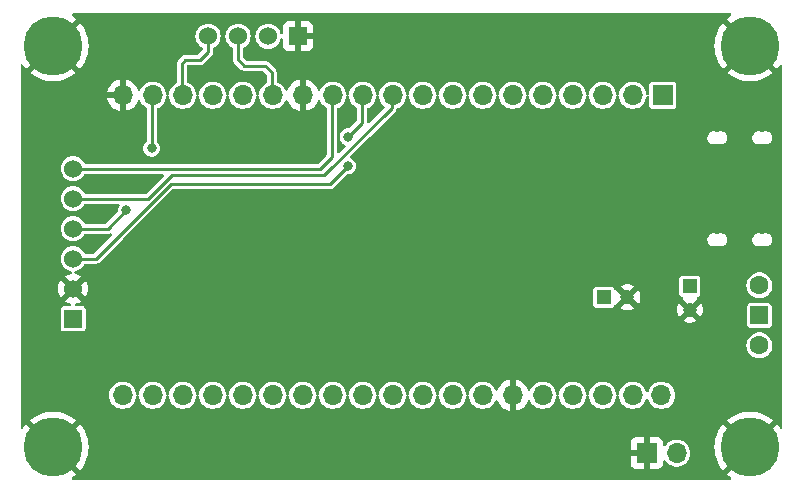
<source format=gbr>
%TF.GenerationSoftware,KiCad,Pcbnew,8.0.4*%
%TF.CreationDate,2024-07-30T00:05:44-04:00*%
%TF.ProjectId,esp32-node-board-40x65_telemetry,65737033-322d-46e6-9f64-652d626f6172,rev?*%
%TF.SameCoordinates,Original*%
%TF.FileFunction,Copper,L2,Bot*%
%TF.FilePolarity,Positive*%
%FSLAX46Y46*%
G04 Gerber Fmt 4.6, Leading zero omitted, Abs format (unit mm)*
G04 Created by KiCad (PCBNEW 8.0.4) date 2024-07-30 00:05:44*
%MOMM*%
%LPD*%
G01*
G04 APERTURE LIST*
%TA.AperFunction,ComponentPad*%
%ADD10C,5.000000*%
%TD*%
%TA.AperFunction,ComponentPad*%
%ADD11R,1.200000X1.200000*%
%TD*%
%TA.AperFunction,ComponentPad*%
%ADD12C,1.200000*%
%TD*%
%TA.AperFunction,ComponentPad*%
%ADD13R,1.524000X1.524000*%
%TD*%
%TA.AperFunction,ComponentPad*%
%ADD14C,1.524000*%
%TD*%
%TA.AperFunction,ComponentPad*%
%ADD15R,1.700000X1.700000*%
%TD*%
%TA.AperFunction,ComponentPad*%
%ADD16O,1.700000X1.700000*%
%TD*%
%TA.AperFunction,ComponentPad*%
%ADD17R,1.500000X1.500000*%
%TD*%
%TA.AperFunction,ComponentPad*%
%ADD18C,1.600000*%
%TD*%
%TA.AperFunction,ViaPad*%
%ADD19C,0.800000*%
%TD*%
%TA.AperFunction,Conductor*%
%ADD20C,0.250000*%
%TD*%
G04 APERTURE END LIST*
D10*
%TO.P,H1,1,GND*%
%TO.N,GND*%
X82800000Y-84550000D03*
%TO.P,H1,2,GND*%
X82800000Y-118550000D03*
%TO.P,H1,3,GND*%
X141800000Y-118550000D03*
%TO.P,H1,4,GND*%
X141800000Y-84550000D03*
%TD*%
D11*
%TO.P,C2,1*%
%TO.N,+5V*%
X129427401Y-105850000D03*
D12*
%TO.P,C2,2*%
%TO.N,GND*%
X131427401Y-105850000D03*
%TD*%
D11*
%TO.P,C1,1*%
%TO.N,/VIN*%
X136700000Y-104904801D03*
D12*
%TO.P,C1,2*%
%TO.N,GND*%
X136700000Y-106904801D03*
%TD*%
D13*
%TO.P,J3,GND,GND*%
%TO.N,GND*%
X103540000Y-83750000D03*
D14*
%TO.P,J3,SCL,SCL*%
%TO.N,/SCL-2*%
X95920000Y-83750000D03*
%TO.P,J3,SDA,SDA*%
%TO.N,/SDA-2*%
X98460000Y-83750000D03*
%TO.P,J3,Vcc,VCC*%
%TO.N,+3V3*%
X101000000Y-83750000D03*
%TD*%
D15*
%TO.P,J6,1,CLK*%
%TO.N,unconnected-(J6-CLK-Pad1)*%
X134420000Y-88750000D03*
D16*
%TO.P,J6,2,D0*%
%TO.N,unconnected-(J6-D0-Pad2)*%
X131880000Y-88750000D03*
%TO.P,J6,3,D1*%
%TO.N,unconnected-(J6-D1-Pad3)*%
X129340000Y-88750000D03*
%TO.P,J6,4,15*%
%TO.N,unconnected-(J6-15-Pad4)*%
X126800000Y-88750000D03*
%TO.P,J6,5,2*%
%TO.N,unconnected-(J6-2-Pad5)*%
X124260000Y-88750000D03*
%TO.P,J6,6,0*%
%TO.N,unconnected-(J6-0-Pad6)*%
X121720000Y-88750000D03*
%TO.P,J6,7,4*%
%TO.N,unconnected-(J6-4-Pad7)*%
X119180000Y-88750000D03*
%TO.P,J6,8,16*%
%TO.N,unconnected-(J6-16-Pad8)*%
X116640000Y-88750000D03*
%TO.P,J6,9,17*%
%TO.N,unconnected-(J6-17-Pad9)*%
X114100000Y-88750000D03*
%TO.P,J6,10,5*%
%TO.N,/SPI-CSB*%
X111560000Y-88750000D03*
%TO.P,J6,11,18*%
%TO.N,/SPI-SCL*%
X109020000Y-88750000D03*
%TO.P,J6,12,19*%
%TO.N,/SPI-SDO*%
X106480000Y-88750000D03*
%TO.P,J6,13,GND*%
%TO.N,GND*%
X103940000Y-88750000D03*
%TO.P,J6,14,21*%
%TO.N,/SDA-2*%
X101400000Y-88750000D03*
%TO.P,J6,15,RX*%
%TO.N,/RX*%
X98860000Y-88750000D03*
%TO.P,J6,16,TX*%
%TO.N,/TX*%
X96320000Y-88750000D03*
%TO.P,J6,17,22*%
%TO.N,/SCL-2*%
X93780000Y-88750000D03*
%TO.P,J6,18,23*%
%TO.N,/SPI-SDA*%
X91240000Y-88750000D03*
%TO.P,J6,19,GND*%
%TO.N,GND*%
X88700000Y-88750000D03*
%TO.P,J6,20,3V3*%
%TO.N,+3V3*%
X88700000Y-114150000D03*
%TO.P,J6,21,EN*%
%TO.N,unconnected-(J6-EN-Pad21)*%
X91240000Y-114150000D03*
%TO.P,J6,22,VN*%
%TO.N,unconnected-(J6-VN-Pad22)*%
X93780000Y-114150000D03*
%TO.P,J6,23,VP*%
%TO.N,unconnected-(J6-VP-Pad23)*%
X96320000Y-114150000D03*
%TO.P,J6,24,34*%
%TO.N,unconnected-(J6-34-Pad24)*%
X98860000Y-114150000D03*
%TO.P,J6,25,35*%
%TO.N,unconnected-(J6-35-Pad25)*%
X101400000Y-114150000D03*
%TO.P,J6,26,32*%
%TO.N,unconnected-(J6-32-Pad26)*%
X103940000Y-114150000D03*
%TO.P,J6,27,33*%
%TO.N,unconnected-(J6-33-Pad27)*%
X106480000Y-114150000D03*
%TO.P,J6,28,25*%
%TO.N,unconnected-(J6-25-Pad28)*%
X109020000Y-114150000D03*
%TO.P,J6,29,26*%
%TO.N,unconnected-(J6-26-Pad29)*%
X111560000Y-114150000D03*
%TO.P,J6,30,27*%
%TO.N,unconnected-(J6-27-Pad30)*%
X114100000Y-114150000D03*
%TO.P,J6,31,14*%
%TO.N,unconnected-(J6-14-Pad31)*%
X116640000Y-114150000D03*
%TO.P,J6,32,12*%
%TO.N,unconnected-(J6-12-Pad32)*%
X119180000Y-114150000D03*
%TO.P,J6,33,GND*%
%TO.N,GND*%
X121720000Y-114150000D03*
%TO.P,J6,34,13*%
%TO.N,unconnected-(J6-13-Pad34)*%
X124260000Y-114150000D03*
%TO.P,J6,35,D2*%
%TO.N,unconnected-(J6-D2-Pad35)*%
X126800000Y-114150000D03*
%TO.P,J6,36,D3*%
%TO.N,unconnected-(J6-D3-Pad36)*%
X129340000Y-114150000D03*
%TO.P,J6,37,CMD*%
%TO.N,unconnected-(J6-CMD-Pad37)*%
X131880000Y-114150000D03*
%TO.P,J6,38,5V*%
%TO.N,+5V*%
X134310000Y-114150000D03*
%TD*%
D15*
%TO.P,J1,1,Pin_1*%
%TO.N,GND*%
X133060000Y-119050000D03*
D16*
%TO.P,J1,2,Pin_2*%
%TO.N,/VDC*%
X135600000Y-119050000D03*
%TD*%
D14*
%TO.P,J5,CSB,CSB*%
%TO.N,/SPI-CSB*%
X84500000Y-97490000D03*
%TO.P,J5,GND,GND*%
%TO.N,GND*%
X84500000Y-105110000D03*
%TO.P,J5,SCL,SCL*%
%TO.N,/SPI-SCL*%
X84500000Y-102570000D03*
%TO.P,J5,SDA,SDA*%
%TO.N,/SPI-SDA*%
X84500000Y-100030000D03*
%TO.P,J5,SDO,SDO*%
%TO.N,/SPI-SDO*%
X84500000Y-94950000D03*
D13*
%TO.P,J5,Vcc,VCC*%
%TO.N,+3V3*%
X84500000Y-107650000D03*
%TD*%
D17*
%TO.P,SW2,1,COM*%
%TO.N,/VIN*%
X142600000Y-107390000D03*
D18*
%TO.P,SW2,2,A*%
%TO.N,/VBUS*%
X142600000Y-104850000D03*
%TO.P,SW2,3,B*%
%TO.N,Net-(D1-K)*%
X142600000Y-109930000D03*
%TD*%
D19*
%TO.N,/SPI-SCL*%
X107750000Y-92250000D03*
X107750000Y-94750000D03*
%TO.N,/SPI-SDA*%
X91140000Y-93250000D03*
X89000000Y-98500000D03*
%TD*%
D20*
%TO.N,/SCL-2*%
X94000000Y-85750000D02*
X95250000Y-85750000D01*
X93680000Y-86070000D02*
X94000000Y-85750000D01*
X95250000Y-85750000D02*
X95920000Y-85080000D01*
X95920000Y-85080000D02*
X95920000Y-83750000D01*
X93680000Y-88750000D02*
X93680000Y-86070000D01*
%TO.N,/SDA-2*%
X98460000Y-85710000D02*
X98460000Y-83750000D01*
X101300000Y-86800000D02*
X100750000Y-86250000D01*
X99000000Y-86250000D02*
X98460000Y-85710000D01*
X100750000Y-86250000D02*
X99000000Y-86250000D01*
X101300000Y-88750000D02*
X101300000Y-86800000D01*
%TO.N,/SPI-SCL*%
X86420000Y-102580000D02*
X92750000Y-96250000D01*
X106250000Y-96250000D02*
X107750000Y-94750000D01*
X108920000Y-88750000D02*
X108920000Y-91080000D01*
X92750000Y-96250000D02*
X106250000Y-96250000D01*
X84500000Y-102580000D02*
X86420000Y-102580000D01*
X108920000Y-91080000D02*
X107750000Y-92250000D01*
%TO.N,/SPI-CSB*%
X90863604Y-97500000D02*
X92863604Y-95500000D01*
X92863604Y-95500000D02*
X105750000Y-95500000D01*
X105750000Y-95500000D02*
X111460000Y-89790000D01*
X84500000Y-97500000D02*
X90863604Y-97500000D01*
X111460000Y-89790000D02*
X111460000Y-88750000D01*
%TO.N,/SPI-SDA*%
X87460000Y-100040000D02*
X84500000Y-100040000D01*
X91140000Y-93250000D02*
X91140000Y-88750000D01*
X89000000Y-98500000D02*
X87460000Y-100040000D01*
%TO.N,/SPI-SDO*%
X105415000Y-94960000D02*
X106380000Y-93995000D01*
X106380000Y-93995000D02*
X106380000Y-88750000D01*
X84500000Y-94960000D02*
X105415000Y-94960000D01*
%TD*%
%TA.AperFunction,Conductor*%
%TO.N,GND*%
G36*
X140173842Y-81820185D02*
G01*
X140219597Y-81872989D01*
X140229541Y-81942147D01*
X140200516Y-82005703D01*
X140174942Y-82028100D01*
X140005485Y-82139553D01*
X139862819Y-82259264D01*
X139862818Y-82259265D01*
X140714413Y-83110860D01*
X140747898Y-83172183D01*
X140742914Y-83241875D01*
X140711074Y-83289439D01*
X140576258Y-83414529D01*
X140576256Y-83414532D01*
X140545075Y-83453632D01*
X140487886Y-83493772D01*
X140418075Y-83496622D01*
X140360447Y-83464000D01*
X139506148Y-82609701D01*
X139506147Y-82609702D01*
X139497976Y-82618363D01*
X139497972Y-82618368D01*
X139289289Y-82898677D01*
X139114561Y-83201316D01*
X139114555Y-83201329D01*
X138976145Y-83522199D01*
X138875916Y-83856988D01*
X138875914Y-83856997D01*
X138815236Y-84201119D01*
X138815235Y-84201130D01*
X138794916Y-84549996D01*
X138794916Y-84550003D01*
X138815235Y-84898869D01*
X138815236Y-84898880D01*
X138875914Y-85243002D01*
X138875916Y-85243011D01*
X138976145Y-85577800D01*
X139114555Y-85898670D01*
X139114561Y-85898683D01*
X139289289Y-86201322D01*
X139497967Y-86481625D01*
X139506148Y-86490296D01*
X140360446Y-85635999D01*
X140421769Y-85602514D01*
X140491461Y-85607498D01*
X140545073Y-85646366D01*
X140576258Y-85685471D01*
X140711072Y-85810559D01*
X140746827Y-85870588D01*
X140744452Y-85940417D01*
X140714412Y-85989139D01*
X139862818Y-86840732D01*
X139862819Y-86840734D01*
X140005484Y-86960445D01*
X140297461Y-87152480D01*
X140609739Y-87309314D01*
X140609745Y-87309316D01*
X140938130Y-87428838D01*
X140938133Y-87428839D01*
X141278171Y-87509429D01*
X141625276Y-87549999D01*
X141625277Y-87550000D01*
X141974723Y-87550000D01*
X141974723Y-87549999D01*
X142321827Y-87509429D01*
X142321829Y-87509429D01*
X142661866Y-87428839D01*
X142661869Y-87428838D01*
X142990254Y-87309316D01*
X142990260Y-87309314D01*
X143302538Y-87152480D01*
X143594509Y-86960449D01*
X143594510Y-86960448D01*
X143737179Y-86840734D01*
X143737180Y-86840733D01*
X142885587Y-85989140D01*
X142852102Y-85927817D01*
X142857086Y-85858125D01*
X142888927Y-85810560D01*
X142927738Y-85774548D01*
X143023744Y-85685468D01*
X143054924Y-85646368D01*
X143112112Y-85606228D01*
X143181924Y-85603378D01*
X143239553Y-85636000D01*
X144093850Y-86490297D01*
X144093851Y-86490296D01*
X144102022Y-86481636D01*
X144102033Y-86481623D01*
X144310710Y-86201322D01*
X144318112Y-86188502D01*
X144368678Y-86140286D01*
X144437284Y-86127061D01*
X144502150Y-86153028D01*
X144542679Y-86209941D01*
X144549500Y-86250500D01*
X144549500Y-116849499D01*
X144529815Y-116916538D01*
X144477011Y-116962293D01*
X144407853Y-116972237D01*
X144344297Y-116943212D01*
X144318113Y-116911500D01*
X144310707Y-116898674D01*
X144102032Y-116618374D01*
X144093850Y-116609702D01*
X143239552Y-117463999D01*
X143178229Y-117497484D01*
X143108537Y-117492500D01*
X143054924Y-117453631D01*
X143023740Y-117414527D01*
X142888926Y-117289439D01*
X142853171Y-117229410D01*
X142855546Y-117159581D01*
X142885586Y-117110859D01*
X143737180Y-116259265D01*
X143737179Y-116259264D01*
X143594519Y-116139557D01*
X143302538Y-115947519D01*
X142990260Y-115790685D01*
X142990254Y-115790683D01*
X142661869Y-115671161D01*
X142661866Y-115671160D01*
X142321828Y-115590570D01*
X141974723Y-115550000D01*
X141625277Y-115550000D01*
X141278172Y-115590570D01*
X141278170Y-115590570D01*
X140938133Y-115671160D01*
X140938130Y-115671161D01*
X140609745Y-115790683D01*
X140609739Y-115790685D01*
X140297461Y-115947519D01*
X140005480Y-116139557D01*
X139862819Y-116259264D01*
X139862818Y-116259265D01*
X140714413Y-117110860D01*
X140747898Y-117172183D01*
X140742914Y-117241875D01*
X140711074Y-117289439D01*
X140576258Y-117414529D01*
X140576256Y-117414532D01*
X140545075Y-117453632D01*
X140487886Y-117493772D01*
X140418075Y-117496622D01*
X140360447Y-117464000D01*
X139506148Y-116609701D01*
X139506147Y-116609702D01*
X139497976Y-116618363D01*
X139497972Y-116618368D01*
X139289289Y-116898677D01*
X139114561Y-117201316D01*
X139114555Y-117201329D01*
X138976145Y-117522199D01*
X138875916Y-117856988D01*
X138875914Y-117856997D01*
X138815236Y-118201119D01*
X138815235Y-118201130D01*
X138794916Y-118549996D01*
X138794916Y-118550003D01*
X138815235Y-118898869D01*
X138815236Y-118898880D01*
X138875914Y-119243002D01*
X138875916Y-119243011D01*
X138976145Y-119577800D01*
X139114555Y-119898670D01*
X139114561Y-119898683D01*
X139289289Y-120201322D01*
X139497967Y-120481625D01*
X139506148Y-120490296D01*
X140360446Y-119635999D01*
X140421769Y-119602514D01*
X140491461Y-119607498D01*
X140545073Y-119646366D01*
X140576258Y-119685471D01*
X140711072Y-119810559D01*
X140746827Y-119870588D01*
X140744452Y-119940417D01*
X140714412Y-119989139D01*
X139862818Y-120840732D01*
X139862819Y-120840734D01*
X140005484Y-120960445D01*
X140174942Y-121071899D01*
X140220136Y-121125184D01*
X140229347Y-121194444D01*
X140199652Y-121257689D01*
X140140478Y-121294840D01*
X140106803Y-121299500D01*
X84493197Y-121299500D01*
X84426158Y-121279815D01*
X84380403Y-121227011D01*
X84370459Y-121157853D01*
X84399484Y-121094297D01*
X84425058Y-121071899D01*
X84594509Y-120960449D01*
X84594510Y-120960448D01*
X84737179Y-120840734D01*
X84737180Y-120840733D01*
X83885587Y-119989140D01*
X83852102Y-119927817D01*
X83857086Y-119858125D01*
X83888927Y-119810560D01*
X83990327Y-119716474D01*
X84023744Y-119685468D01*
X84054924Y-119646368D01*
X84112112Y-119606228D01*
X84181924Y-119603378D01*
X84239553Y-119636000D01*
X85093850Y-120490297D01*
X85093851Y-120490296D01*
X85102022Y-120481636D01*
X85102033Y-120481623D01*
X85310710Y-120201322D01*
X85485438Y-119898683D01*
X85485444Y-119898670D01*
X85623854Y-119577800D01*
X85724083Y-119243011D01*
X85724085Y-119243002D01*
X85784763Y-118898880D01*
X85784764Y-118898869D01*
X85805084Y-118550003D01*
X85805084Y-118549996D01*
X85784764Y-118201130D01*
X85784763Y-118201119D01*
X85776129Y-118152155D01*
X131710000Y-118152155D01*
X131710000Y-118800000D01*
X132626988Y-118800000D01*
X132594075Y-118857007D01*
X132560000Y-118984174D01*
X132560000Y-119115826D01*
X132594075Y-119242993D01*
X132626988Y-119300000D01*
X131710000Y-119300000D01*
X131710000Y-119947844D01*
X131716401Y-120007372D01*
X131716403Y-120007379D01*
X131766645Y-120142086D01*
X131766649Y-120142093D01*
X131852809Y-120257187D01*
X131852812Y-120257190D01*
X131967906Y-120343350D01*
X131967913Y-120343354D01*
X132102620Y-120393596D01*
X132102627Y-120393598D01*
X132162155Y-120399999D01*
X132162172Y-120400000D01*
X132810000Y-120400000D01*
X132810000Y-119483012D01*
X132867007Y-119515925D01*
X132994174Y-119550000D01*
X133125826Y-119550000D01*
X133252993Y-119515925D01*
X133310000Y-119483012D01*
X133310000Y-120400000D01*
X133957828Y-120400000D01*
X133957844Y-120399999D01*
X134017372Y-120393598D01*
X134017379Y-120393596D01*
X134152086Y-120343354D01*
X134152093Y-120343350D01*
X134267187Y-120257190D01*
X134267190Y-120257187D01*
X134353350Y-120142093D01*
X134353354Y-120142086D01*
X134403596Y-120007379D01*
X134403598Y-120007372D01*
X134409999Y-119947844D01*
X134410000Y-119947827D01*
X134410000Y-119753268D01*
X134429685Y-119686229D01*
X134482489Y-119640474D01*
X134551647Y-119630530D01*
X134615203Y-119659555D01*
X134632950Y-119678537D01*
X134746128Y-119828407D01*
X134903698Y-119972052D01*
X135084981Y-120084298D01*
X135283802Y-120161321D01*
X135493390Y-120200500D01*
X135493392Y-120200500D01*
X135706608Y-120200500D01*
X135706610Y-120200500D01*
X135916198Y-120161321D01*
X136115019Y-120084298D01*
X136296302Y-119972052D01*
X136453872Y-119828407D01*
X136582366Y-119658255D01*
X136609691Y-119603378D01*
X136677403Y-119467394D01*
X136677403Y-119467393D01*
X136677405Y-119467389D01*
X136735756Y-119262310D01*
X136755429Y-119050000D01*
X136735756Y-118837690D01*
X136677405Y-118632611D01*
X136677403Y-118632606D01*
X136677403Y-118632605D01*
X136582367Y-118441746D01*
X136453872Y-118271593D01*
X136322874Y-118152172D01*
X136296302Y-118127948D01*
X136115019Y-118015702D01*
X136115017Y-118015701D01*
X135917331Y-117939118D01*
X135916198Y-117938679D01*
X135706610Y-117899500D01*
X135493390Y-117899500D01*
X135283802Y-117938679D01*
X135283799Y-117938679D01*
X135283799Y-117938680D01*
X135084982Y-118015701D01*
X135084980Y-118015702D01*
X134903699Y-118127947D01*
X134746127Y-118271593D01*
X134632954Y-118421458D01*
X134576845Y-118463094D01*
X134507133Y-118467785D01*
X134445951Y-118434043D01*
X134412724Y-118372579D01*
X134410000Y-118346731D01*
X134410000Y-118152172D01*
X134409999Y-118152155D01*
X134403598Y-118092627D01*
X134403596Y-118092620D01*
X134353354Y-117957913D01*
X134353350Y-117957906D01*
X134267190Y-117842812D01*
X134267187Y-117842809D01*
X134152093Y-117756649D01*
X134152086Y-117756645D01*
X134017379Y-117706403D01*
X134017372Y-117706401D01*
X133957844Y-117700000D01*
X133310000Y-117700000D01*
X133310000Y-118616988D01*
X133252993Y-118584075D01*
X133125826Y-118550000D01*
X132994174Y-118550000D01*
X132867007Y-118584075D01*
X132810000Y-118616988D01*
X132810000Y-117700000D01*
X132162155Y-117700000D01*
X132102627Y-117706401D01*
X132102620Y-117706403D01*
X131967913Y-117756645D01*
X131967906Y-117756649D01*
X131852812Y-117842809D01*
X131852809Y-117842812D01*
X131766649Y-117957906D01*
X131766645Y-117957913D01*
X131716403Y-118092620D01*
X131716401Y-118092627D01*
X131710000Y-118152155D01*
X85776129Y-118152155D01*
X85724085Y-117856997D01*
X85724083Y-117856988D01*
X85623854Y-117522199D01*
X85485444Y-117201329D01*
X85485438Y-117201316D01*
X85310710Y-116898677D01*
X85102032Y-116618374D01*
X85093850Y-116609702D01*
X84239552Y-117463999D01*
X84178229Y-117497484D01*
X84108537Y-117492500D01*
X84054924Y-117453631D01*
X84023740Y-117414527D01*
X83888926Y-117289439D01*
X83853171Y-117229410D01*
X83855546Y-117159581D01*
X83885586Y-117110859D01*
X84737180Y-116259265D01*
X84737179Y-116259264D01*
X84594519Y-116139557D01*
X84302538Y-115947519D01*
X83990260Y-115790685D01*
X83990254Y-115790683D01*
X83661869Y-115671161D01*
X83661866Y-115671160D01*
X83321828Y-115590570D01*
X82974723Y-115550000D01*
X82625277Y-115550000D01*
X82278172Y-115590570D01*
X82278170Y-115590570D01*
X81938133Y-115671160D01*
X81938130Y-115671161D01*
X81609745Y-115790683D01*
X81609739Y-115790685D01*
X81297461Y-115947519D01*
X81005480Y-116139557D01*
X80862819Y-116259264D01*
X80862818Y-116259265D01*
X81714413Y-117110860D01*
X81747898Y-117172183D01*
X81742914Y-117241875D01*
X81711074Y-117289439D01*
X81576258Y-117414529D01*
X81576256Y-117414532D01*
X81545075Y-117453632D01*
X81487886Y-117493772D01*
X81418075Y-117496622D01*
X81360447Y-117464000D01*
X80506148Y-116609701D01*
X80506147Y-116609702D01*
X80497976Y-116618363D01*
X80497972Y-116618368D01*
X80289292Y-116898674D01*
X80281887Y-116911500D01*
X80231319Y-116959715D01*
X80162712Y-116972937D01*
X80097848Y-116946969D01*
X80057320Y-116890055D01*
X80050500Y-116849499D01*
X80050500Y-114150000D01*
X87544571Y-114150000D01*
X87564244Y-114362310D01*
X87617675Y-114550099D01*
X87622596Y-114567392D01*
X87622596Y-114567394D01*
X87717632Y-114758253D01*
X87846127Y-114928406D01*
X87846128Y-114928407D01*
X88003698Y-115072052D01*
X88184981Y-115184298D01*
X88383802Y-115261321D01*
X88593390Y-115300500D01*
X88593392Y-115300500D01*
X88806608Y-115300500D01*
X88806610Y-115300500D01*
X89016198Y-115261321D01*
X89215019Y-115184298D01*
X89396302Y-115072052D01*
X89553872Y-114928407D01*
X89682366Y-114758255D01*
X89736270Y-114650000D01*
X89777403Y-114567394D01*
X89777403Y-114567393D01*
X89777405Y-114567389D01*
X89835756Y-114362310D01*
X89846529Y-114246047D01*
X89872315Y-114181111D01*
X89914622Y-114150804D01*
X90023130Y-114150804D01*
X90059503Y-114171668D01*
X90091693Y-114233681D01*
X90093470Y-114246047D01*
X90104244Y-114362310D01*
X90157675Y-114550099D01*
X90162596Y-114567392D01*
X90162596Y-114567394D01*
X90257632Y-114758253D01*
X90386127Y-114928406D01*
X90386128Y-114928407D01*
X90543698Y-115072052D01*
X90724981Y-115184298D01*
X90923802Y-115261321D01*
X91133390Y-115300500D01*
X91133392Y-115300500D01*
X91346608Y-115300500D01*
X91346610Y-115300500D01*
X91556198Y-115261321D01*
X91755019Y-115184298D01*
X91936302Y-115072052D01*
X92093872Y-114928407D01*
X92222366Y-114758255D01*
X92276270Y-114650000D01*
X92317403Y-114567394D01*
X92317403Y-114567393D01*
X92317405Y-114567389D01*
X92375756Y-114362310D01*
X92386529Y-114246047D01*
X92412315Y-114181111D01*
X92454622Y-114150804D01*
X92563130Y-114150804D01*
X92599503Y-114171668D01*
X92631693Y-114233681D01*
X92633470Y-114246047D01*
X92644244Y-114362310D01*
X92697675Y-114550099D01*
X92702596Y-114567392D01*
X92702596Y-114567394D01*
X92797632Y-114758253D01*
X92926127Y-114928406D01*
X92926128Y-114928407D01*
X93083698Y-115072052D01*
X93264981Y-115184298D01*
X93463802Y-115261321D01*
X93673390Y-115300500D01*
X93673392Y-115300500D01*
X93886608Y-115300500D01*
X93886610Y-115300500D01*
X94096198Y-115261321D01*
X94295019Y-115184298D01*
X94476302Y-115072052D01*
X94633872Y-114928407D01*
X94762366Y-114758255D01*
X94816270Y-114650000D01*
X94857403Y-114567394D01*
X94857403Y-114567393D01*
X94857405Y-114567389D01*
X94915756Y-114362310D01*
X94926529Y-114246047D01*
X94952315Y-114181111D01*
X94994622Y-114150804D01*
X95103130Y-114150804D01*
X95139503Y-114171668D01*
X95171693Y-114233681D01*
X95173470Y-114246047D01*
X95184244Y-114362310D01*
X95237675Y-114550099D01*
X95242596Y-114567392D01*
X95242596Y-114567394D01*
X95337632Y-114758253D01*
X95466127Y-114928406D01*
X95466128Y-114928407D01*
X95623698Y-115072052D01*
X95804981Y-115184298D01*
X96003802Y-115261321D01*
X96213390Y-115300500D01*
X96213392Y-115300500D01*
X96426608Y-115300500D01*
X96426610Y-115300500D01*
X96636198Y-115261321D01*
X96835019Y-115184298D01*
X97016302Y-115072052D01*
X97173872Y-114928407D01*
X97302366Y-114758255D01*
X97356270Y-114650000D01*
X97397403Y-114567394D01*
X97397403Y-114567393D01*
X97397405Y-114567389D01*
X97455756Y-114362310D01*
X97466529Y-114246047D01*
X97492315Y-114181111D01*
X97534622Y-114150804D01*
X97643130Y-114150804D01*
X97679503Y-114171668D01*
X97711693Y-114233681D01*
X97713470Y-114246047D01*
X97724244Y-114362310D01*
X97777675Y-114550099D01*
X97782596Y-114567392D01*
X97782596Y-114567394D01*
X97877632Y-114758253D01*
X98006127Y-114928406D01*
X98006128Y-114928407D01*
X98163698Y-115072052D01*
X98344981Y-115184298D01*
X98543802Y-115261321D01*
X98753390Y-115300500D01*
X98753392Y-115300500D01*
X98966608Y-115300500D01*
X98966610Y-115300500D01*
X99176198Y-115261321D01*
X99375019Y-115184298D01*
X99556302Y-115072052D01*
X99713872Y-114928407D01*
X99842366Y-114758255D01*
X99896270Y-114650000D01*
X99937403Y-114567394D01*
X99937403Y-114567393D01*
X99937405Y-114567389D01*
X99995756Y-114362310D01*
X100006529Y-114246047D01*
X100032315Y-114181111D01*
X100074622Y-114150804D01*
X100183130Y-114150804D01*
X100219503Y-114171668D01*
X100251693Y-114233681D01*
X100253470Y-114246047D01*
X100264244Y-114362310D01*
X100317675Y-114550099D01*
X100322596Y-114567392D01*
X100322596Y-114567394D01*
X100417632Y-114758253D01*
X100546127Y-114928406D01*
X100546128Y-114928407D01*
X100703698Y-115072052D01*
X100884981Y-115184298D01*
X101083802Y-115261321D01*
X101293390Y-115300500D01*
X101293392Y-115300500D01*
X101506608Y-115300500D01*
X101506610Y-115300500D01*
X101716198Y-115261321D01*
X101915019Y-115184298D01*
X102096302Y-115072052D01*
X102253872Y-114928407D01*
X102382366Y-114758255D01*
X102436270Y-114650000D01*
X102477403Y-114567394D01*
X102477403Y-114567393D01*
X102477405Y-114567389D01*
X102535756Y-114362310D01*
X102546529Y-114246047D01*
X102572315Y-114181111D01*
X102614622Y-114150804D01*
X102723130Y-114150804D01*
X102759503Y-114171668D01*
X102791693Y-114233681D01*
X102793470Y-114246047D01*
X102804244Y-114362310D01*
X102857675Y-114550099D01*
X102862596Y-114567392D01*
X102862596Y-114567394D01*
X102957632Y-114758253D01*
X103086127Y-114928406D01*
X103086128Y-114928407D01*
X103243698Y-115072052D01*
X103424981Y-115184298D01*
X103623802Y-115261321D01*
X103833390Y-115300500D01*
X103833392Y-115300500D01*
X104046608Y-115300500D01*
X104046610Y-115300500D01*
X104256198Y-115261321D01*
X104455019Y-115184298D01*
X104636302Y-115072052D01*
X104793872Y-114928407D01*
X104922366Y-114758255D01*
X104976270Y-114650000D01*
X105017403Y-114567394D01*
X105017403Y-114567393D01*
X105017405Y-114567389D01*
X105075756Y-114362310D01*
X105086529Y-114246047D01*
X105112315Y-114181111D01*
X105154622Y-114150804D01*
X105263130Y-114150804D01*
X105299503Y-114171668D01*
X105331693Y-114233681D01*
X105333470Y-114246047D01*
X105344244Y-114362310D01*
X105397675Y-114550099D01*
X105402596Y-114567392D01*
X105402596Y-114567394D01*
X105497632Y-114758253D01*
X105626127Y-114928406D01*
X105626128Y-114928407D01*
X105783698Y-115072052D01*
X105964981Y-115184298D01*
X106163802Y-115261321D01*
X106373390Y-115300500D01*
X106373392Y-115300500D01*
X106586608Y-115300500D01*
X106586610Y-115300500D01*
X106796198Y-115261321D01*
X106995019Y-115184298D01*
X107176302Y-115072052D01*
X107333872Y-114928407D01*
X107462366Y-114758255D01*
X107516270Y-114650000D01*
X107557403Y-114567394D01*
X107557403Y-114567393D01*
X107557405Y-114567389D01*
X107615756Y-114362310D01*
X107626529Y-114246047D01*
X107652315Y-114181111D01*
X107694622Y-114150804D01*
X107803130Y-114150804D01*
X107839503Y-114171668D01*
X107871693Y-114233681D01*
X107873470Y-114246047D01*
X107884244Y-114362310D01*
X107937675Y-114550099D01*
X107942596Y-114567392D01*
X107942596Y-114567394D01*
X108037632Y-114758253D01*
X108166127Y-114928406D01*
X108166128Y-114928407D01*
X108323698Y-115072052D01*
X108504981Y-115184298D01*
X108703802Y-115261321D01*
X108913390Y-115300500D01*
X108913392Y-115300500D01*
X109126608Y-115300500D01*
X109126610Y-115300500D01*
X109336198Y-115261321D01*
X109535019Y-115184298D01*
X109716302Y-115072052D01*
X109873872Y-114928407D01*
X110002366Y-114758255D01*
X110056270Y-114650000D01*
X110097403Y-114567394D01*
X110097403Y-114567393D01*
X110097405Y-114567389D01*
X110155756Y-114362310D01*
X110166529Y-114246047D01*
X110192315Y-114181111D01*
X110234622Y-114150804D01*
X110343130Y-114150804D01*
X110379503Y-114171668D01*
X110411693Y-114233681D01*
X110413470Y-114246047D01*
X110424244Y-114362310D01*
X110477675Y-114550099D01*
X110482596Y-114567392D01*
X110482596Y-114567394D01*
X110577632Y-114758253D01*
X110706127Y-114928406D01*
X110706128Y-114928407D01*
X110863698Y-115072052D01*
X111044981Y-115184298D01*
X111243802Y-115261321D01*
X111453390Y-115300500D01*
X111453392Y-115300500D01*
X111666608Y-115300500D01*
X111666610Y-115300500D01*
X111876198Y-115261321D01*
X112075019Y-115184298D01*
X112256302Y-115072052D01*
X112413872Y-114928407D01*
X112542366Y-114758255D01*
X112596270Y-114650000D01*
X112637403Y-114567394D01*
X112637403Y-114567393D01*
X112637405Y-114567389D01*
X112695756Y-114362310D01*
X112706529Y-114246047D01*
X112732315Y-114181111D01*
X112774622Y-114150804D01*
X112883130Y-114150804D01*
X112919503Y-114171668D01*
X112951693Y-114233681D01*
X112953470Y-114246047D01*
X112964244Y-114362310D01*
X113017675Y-114550099D01*
X113022596Y-114567392D01*
X113022596Y-114567394D01*
X113117632Y-114758253D01*
X113246127Y-114928406D01*
X113246128Y-114928407D01*
X113403698Y-115072052D01*
X113584981Y-115184298D01*
X113783802Y-115261321D01*
X113993390Y-115300500D01*
X113993392Y-115300500D01*
X114206608Y-115300500D01*
X114206610Y-115300500D01*
X114416198Y-115261321D01*
X114615019Y-115184298D01*
X114796302Y-115072052D01*
X114953872Y-114928407D01*
X115082366Y-114758255D01*
X115136270Y-114650000D01*
X115177403Y-114567394D01*
X115177403Y-114567393D01*
X115177405Y-114567389D01*
X115235756Y-114362310D01*
X115246529Y-114246047D01*
X115272315Y-114181111D01*
X115314622Y-114150804D01*
X115423130Y-114150804D01*
X115459503Y-114171668D01*
X115491693Y-114233681D01*
X115493470Y-114246047D01*
X115504244Y-114362310D01*
X115557675Y-114550099D01*
X115562596Y-114567392D01*
X115562596Y-114567394D01*
X115657632Y-114758253D01*
X115786127Y-114928406D01*
X115786128Y-114928407D01*
X115943698Y-115072052D01*
X116124981Y-115184298D01*
X116323802Y-115261321D01*
X116533390Y-115300500D01*
X116533392Y-115300500D01*
X116746608Y-115300500D01*
X116746610Y-115300500D01*
X116956198Y-115261321D01*
X117155019Y-115184298D01*
X117336302Y-115072052D01*
X117493872Y-114928407D01*
X117622366Y-114758255D01*
X117676270Y-114650000D01*
X117717403Y-114567394D01*
X117717403Y-114567393D01*
X117717405Y-114567389D01*
X117775756Y-114362310D01*
X117786529Y-114246047D01*
X117812315Y-114181111D01*
X117854622Y-114150804D01*
X117963130Y-114150804D01*
X117999503Y-114171668D01*
X118031693Y-114233681D01*
X118033470Y-114246047D01*
X118044244Y-114362310D01*
X118097675Y-114550099D01*
X118102596Y-114567392D01*
X118102596Y-114567394D01*
X118197632Y-114758253D01*
X118326127Y-114928406D01*
X118326128Y-114928407D01*
X118483698Y-115072052D01*
X118664981Y-115184298D01*
X118863802Y-115261321D01*
X119073390Y-115300500D01*
X119073392Y-115300500D01*
X119286608Y-115300500D01*
X119286610Y-115300500D01*
X119496198Y-115261321D01*
X119695019Y-115184298D01*
X119876302Y-115072052D01*
X120033872Y-114928407D01*
X120162366Y-114758255D01*
X120229325Y-114623781D01*
X120276825Y-114572548D01*
X120344488Y-114555126D01*
X120410828Y-114577051D01*
X120452705Y-114626651D01*
X120546399Y-114827578D01*
X120681894Y-115021082D01*
X120848917Y-115188105D01*
X121042421Y-115323600D01*
X121256507Y-115423429D01*
X121256516Y-115423433D01*
X121470000Y-115480634D01*
X121470000Y-114583012D01*
X121527007Y-114615925D01*
X121654174Y-114650000D01*
X121785826Y-114650000D01*
X121912993Y-114615925D01*
X121970000Y-114583012D01*
X121970000Y-115480633D01*
X122183483Y-115423433D01*
X122183492Y-115423429D01*
X122397578Y-115323600D01*
X122591082Y-115188105D01*
X122758105Y-115021082D01*
X122893600Y-114827578D01*
X122987294Y-114626651D01*
X123033466Y-114574212D01*
X123100660Y-114555060D01*
X123167541Y-114575276D01*
X123210676Y-114623785D01*
X123277632Y-114758253D01*
X123406127Y-114928406D01*
X123406128Y-114928407D01*
X123563698Y-115072052D01*
X123744981Y-115184298D01*
X123943802Y-115261321D01*
X124153390Y-115300500D01*
X124153392Y-115300500D01*
X124366608Y-115300500D01*
X124366610Y-115300500D01*
X124576198Y-115261321D01*
X124775019Y-115184298D01*
X124956302Y-115072052D01*
X125113872Y-114928407D01*
X125242366Y-114758255D01*
X125296270Y-114650000D01*
X125337403Y-114567394D01*
X125337403Y-114567393D01*
X125337405Y-114567389D01*
X125395756Y-114362310D01*
X125406529Y-114246047D01*
X125432315Y-114181111D01*
X125474622Y-114150804D01*
X125583130Y-114150804D01*
X125619503Y-114171668D01*
X125651693Y-114233681D01*
X125653470Y-114246047D01*
X125664244Y-114362310D01*
X125717675Y-114550099D01*
X125722596Y-114567392D01*
X125722596Y-114567394D01*
X125817632Y-114758253D01*
X125946127Y-114928406D01*
X125946128Y-114928407D01*
X126103698Y-115072052D01*
X126284981Y-115184298D01*
X126483802Y-115261321D01*
X126693390Y-115300500D01*
X126693392Y-115300500D01*
X126906608Y-115300500D01*
X126906610Y-115300500D01*
X127116198Y-115261321D01*
X127315019Y-115184298D01*
X127496302Y-115072052D01*
X127653872Y-114928407D01*
X127782366Y-114758255D01*
X127836270Y-114650000D01*
X127877403Y-114567394D01*
X127877403Y-114567393D01*
X127877405Y-114567389D01*
X127935756Y-114362310D01*
X127946529Y-114246047D01*
X127972315Y-114181111D01*
X128014622Y-114150804D01*
X128123130Y-114150804D01*
X128159503Y-114171668D01*
X128191693Y-114233681D01*
X128193470Y-114246047D01*
X128204244Y-114362310D01*
X128257675Y-114550099D01*
X128262596Y-114567392D01*
X128262596Y-114567394D01*
X128357632Y-114758253D01*
X128486127Y-114928406D01*
X128486128Y-114928407D01*
X128643698Y-115072052D01*
X128824981Y-115184298D01*
X129023802Y-115261321D01*
X129233390Y-115300500D01*
X129233392Y-115300500D01*
X129446608Y-115300500D01*
X129446610Y-115300500D01*
X129656198Y-115261321D01*
X129855019Y-115184298D01*
X130036302Y-115072052D01*
X130193872Y-114928407D01*
X130322366Y-114758255D01*
X130376270Y-114650000D01*
X130417403Y-114567394D01*
X130417403Y-114567393D01*
X130417405Y-114567389D01*
X130475756Y-114362310D01*
X130486529Y-114246047D01*
X130512315Y-114181111D01*
X130554622Y-114150804D01*
X130663130Y-114150804D01*
X130699503Y-114171668D01*
X130731693Y-114233681D01*
X130733470Y-114246047D01*
X130744244Y-114362310D01*
X130797675Y-114550099D01*
X130802596Y-114567392D01*
X130802596Y-114567394D01*
X130897632Y-114758253D01*
X131026127Y-114928406D01*
X131026128Y-114928407D01*
X131183698Y-115072052D01*
X131364981Y-115184298D01*
X131563802Y-115261321D01*
X131773390Y-115300500D01*
X131773392Y-115300500D01*
X131986608Y-115300500D01*
X131986610Y-115300500D01*
X132196198Y-115261321D01*
X132395019Y-115184298D01*
X132576302Y-115072052D01*
X132733872Y-114928407D01*
X132862366Y-114758255D01*
X132916270Y-114650000D01*
X132957403Y-114567394D01*
X132957403Y-114567393D01*
X132957405Y-114567389D01*
X132975734Y-114502967D01*
X133013013Y-114443876D01*
X133076323Y-114414319D01*
X133145563Y-114423681D01*
X133198749Y-114468991D01*
X133214264Y-114502966D01*
X133229087Y-114555060D01*
X133232596Y-114567392D01*
X133232596Y-114567394D01*
X133327632Y-114758253D01*
X133456127Y-114928406D01*
X133456128Y-114928407D01*
X133613698Y-115072052D01*
X133794981Y-115184298D01*
X133993802Y-115261321D01*
X134203390Y-115300500D01*
X134203392Y-115300500D01*
X134416608Y-115300500D01*
X134416610Y-115300500D01*
X134626198Y-115261321D01*
X134825019Y-115184298D01*
X135006302Y-115072052D01*
X135163872Y-114928407D01*
X135292366Y-114758255D01*
X135346270Y-114650000D01*
X135387403Y-114567394D01*
X135387403Y-114567393D01*
X135387405Y-114567389D01*
X135445756Y-114362310D01*
X135465429Y-114150000D01*
X135445756Y-113937690D01*
X135387405Y-113732611D01*
X135387403Y-113732606D01*
X135387403Y-113732605D01*
X135292367Y-113541746D01*
X135163872Y-113371593D01*
X135006302Y-113227948D01*
X134825019Y-113115702D01*
X134825017Y-113115701D01*
X134725608Y-113077190D01*
X134626198Y-113038679D01*
X134416610Y-112999500D01*
X134203390Y-112999500D01*
X133993802Y-113038679D01*
X133993799Y-113038679D01*
X133993799Y-113038680D01*
X133794982Y-113115701D01*
X133794980Y-113115702D01*
X133613699Y-113227947D01*
X133456127Y-113371593D01*
X133327632Y-113541746D01*
X133232596Y-113732605D01*
X133232596Y-113732607D01*
X133214266Y-113797030D01*
X133176986Y-113856123D01*
X133113676Y-113885680D01*
X133044437Y-113876318D01*
X132991251Y-113831007D01*
X132975734Y-113797030D01*
X132957405Y-113732611D01*
X132957403Y-113732606D01*
X132957403Y-113732605D01*
X132862367Y-113541746D01*
X132733872Y-113371593D01*
X132576302Y-113227948D01*
X132395019Y-113115702D01*
X132395017Y-113115701D01*
X132295608Y-113077190D01*
X132196198Y-113038679D01*
X131986610Y-112999500D01*
X131773390Y-112999500D01*
X131563802Y-113038679D01*
X131563799Y-113038679D01*
X131563799Y-113038680D01*
X131364982Y-113115701D01*
X131364980Y-113115702D01*
X131183699Y-113227947D01*
X131026127Y-113371593D01*
X130897632Y-113541746D01*
X130802596Y-113732605D01*
X130802596Y-113732607D01*
X130744244Y-113937689D01*
X130733471Y-114053951D01*
X130707685Y-114118888D01*
X130663130Y-114150804D01*
X130554622Y-114150804D01*
X130556869Y-114149194D01*
X130520497Y-114128331D01*
X130488307Y-114066318D01*
X130486529Y-114053951D01*
X130485849Y-114046613D01*
X130475756Y-113937690D01*
X130417405Y-113732611D01*
X130417403Y-113732606D01*
X130417403Y-113732605D01*
X130322367Y-113541746D01*
X130193872Y-113371593D01*
X130036302Y-113227948D01*
X129855019Y-113115702D01*
X129855017Y-113115701D01*
X129755608Y-113077190D01*
X129656198Y-113038679D01*
X129446610Y-112999500D01*
X129233390Y-112999500D01*
X129023802Y-113038679D01*
X129023799Y-113038679D01*
X129023799Y-113038680D01*
X128824982Y-113115701D01*
X128824980Y-113115702D01*
X128643699Y-113227947D01*
X128486127Y-113371593D01*
X128357632Y-113541746D01*
X128262596Y-113732605D01*
X128262596Y-113732607D01*
X128204244Y-113937689D01*
X128193471Y-114053951D01*
X128167685Y-114118888D01*
X128123130Y-114150804D01*
X128014622Y-114150804D01*
X128016869Y-114149194D01*
X127980497Y-114128331D01*
X127948307Y-114066318D01*
X127946529Y-114053951D01*
X127945849Y-114046613D01*
X127935756Y-113937690D01*
X127877405Y-113732611D01*
X127877403Y-113732606D01*
X127877403Y-113732605D01*
X127782367Y-113541746D01*
X127653872Y-113371593D01*
X127496302Y-113227948D01*
X127315019Y-113115702D01*
X127315017Y-113115701D01*
X127215608Y-113077190D01*
X127116198Y-113038679D01*
X126906610Y-112999500D01*
X126693390Y-112999500D01*
X126483802Y-113038679D01*
X126483799Y-113038679D01*
X126483799Y-113038680D01*
X126284982Y-113115701D01*
X126284980Y-113115702D01*
X126103699Y-113227947D01*
X125946127Y-113371593D01*
X125817632Y-113541746D01*
X125722596Y-113732605D01*
X125722596Y-113732607D01*
X125664244Y-113937689D01*
X125653471Y-114053951D01*
X125627685Y-114118888D01*
X125583130Y-114150804D01*
X125474622Y-114150804D01*
X125476869Y-114149194D01*
X125440497Y-114128331D01*
X125408307Y-114066318D01*
X125406529Y-114053951D01*
X125405849Y-114046613D01*
X125395756Y-113937690D01*
X125337405Y-113732611D01*
X125337403Y-113732606D01*
X125337403Y-113732605D01*
X125242367Y-113541746D01*
X125113872Y-113371593D01*
X124956302Y-113227948D01*
X124775019Y-113115702D01*
X124775017Y-113115701D01*
X124675608Y-113077190D01*
X124576198Y-113038679D01*
X124366610Y-112999500D01*
X124153390Y-112999500D01*
X123943802Y-113038679D01*
X123943799Y-113038679D01*
X123943799Y-113038680D01*
X123744982Y-113115701D01*
X123744980Y-113115702D01*
X123563699Y-113227947D01*
X123406127Y-113371593D01*
X123277634Y-113541744D01*
X123210676Y-113676215D01*
X123163173Y-113727452D01*
X123095510Y-113744873D01*
X123029170Y-113722947D01*
X122987294Y-113673348D01*
X122893600Y-113472422D01*
X122893599Y-113472420D01*
X122758113Y-113278926D01*
X122758108Y-113278920D01*
X122591082Y-113111894D01*
X122397578Y-112976399D01*
X122183492Y-112876570D01*
X122183486Y-112876567D01*
X121970000Y-112819364D01*
X121970000Y-113716988D01*
X121912993Y-113684075D01*
X121785826Y-113650000D01*
X121654174Y-113650000D01*
X121527007Y-113684075D01*
X121470000Y-113716988D01*
X121470000Y-112819364D01*
X121469999Y-112819364D01*
X121256513Y-112876567D01*
X121256507Y-112876570D01*
X121042422Y-112976399D01*
X121042420Y-112976400D01*
X120848926Y-113111886D01*
X120848920Y-113111891D01*
X120681891Y-113278920D01*
X120681886Y-113278926D01*
X120546400Y-113472420D01*
X120546399Y-113472422D01*
X120452705Y-113673348D01*
X120406532Y-113725787D01*
X120339339Y-113744939D01*
X120272457Y-113724723D01*
X120229323Y-113676215D01*
X120162366Y-113541745D01*
X120033872Y-113371593D01*
X119876302Y-113227948D01*
X119695019Y-113115702D01*
X119695017Y-113115701D01*
X119595608Y-113077190D01*
X119496198Y-113038679D01*
X119286610Y-112999500D01*
X119073390Y-112999500D01*
X118863802Y-113038679D01*
X118863799Y-113038679D01*
X118863799Y-113038680D01*
X118664982Y-113115701D01*
X118664980Y-113115702D01*
X118483699Y-113227947D01*
X118326127Y-113371593D01*
X118197632Y-113541746D01*
X118102596Y-113732605D01*
X118102596Y-113732607D01*
X118044244Y-113937689D01*
X118033471Y-114053951D01*
X118007685Y-114118888D01*
X117963130Y-114150804D01*
X117854622Y-114150804D01*
X117856869Y-114149194D01*
X117820497Y-114128331D01*
X117788307Y-114066318D01*
X117786529Y-114053951D01*
X117785849Y-114046613D01*
X117775756Y-113937690D01*
X117717405Y-113732611D01*
X117717403Y-113732606D01*
X117717403Y-113732605D01*
X117622367Y-113541746D01*
X117493872Y-113371593D01*
X117336302Y-113227948D01*
X117155019Y-113115702D01*
X117155017Y-113115701D01*
X117055608Y-113077190D01*
X116956198Y-113038679D01*
X116746610Y-112999500D01*
X116533390Y-112999500D01*
X116323802Y-113038679D01*
X116323799Y-113038679D01*
X116323799Y-113038680D01*
X116124982Y-113115701D01*
X116124980Y-113115702D01*
X115943699Y-113227947D01*
X115786127Y-113371593D01*
X115657632Y-113541746D01*
X115562596Y-113732605D01*
X115562596Y-113732607D01*
X115504244Y-113937689D01*
X115493471Y-114053951D01*
X115467685Y-114118888D01*
X115423130Y-114150804D01*
X115314622Y-114150804D01*
X115316869Y-114149194D01*
X115280497Y-114128331D01*
X115248307Y-114066318D01*
X115246529Y-114053951D01*
X115245849Y-114046613D01*
X115235756Y-113937690D01*
X115177405Y-113732611D01*
X115177403Y-113732606D01*
X115177403Y-113732605D01*
X115082367Y-113541746D01*
X114953872Y-113371593D01*
X114796302Y-113227948D01*
X114615019Y-113115702D01*
X114615017Y-113115701D01*
X114515608Y-113077190D01*
X114416198Y-113038679D01*
X114206610Y-112999500D01*
X113993390Y-112999500D01*
X113783802Y-113038679D01*
X113783799Y-113038679D01*
X113783799Y-113038680D01*
X113584982Y-113115701D01*
X113584980Y-113115702D01*
X113403699Y-113227947D01*
X113246127Y-113371593D01*
X113117632Y-113541746D01*
X113022596Y-113732605D01*
X113022596Y-113732607D01*
X112964244Y-113937689D01*
X112953471Y-114053951D01*
X112927685Y-114118888D01*
X112883130Y-114150804D01*
X112774622Y-114150804D01*
X112776869Y-114149194D01*
X112740497Y-114128331D01*
X112708307Y-114066318D01*
X112706529Y-114053951D01*
X112705849Y-114046613D01*
X112695756Y-113937690D01*
X112637405Y-113732611D01*
X112637403Y-113732606D01*
X112637403Y-113732605D01*
X112542367Y-113541746D01*
X112413872Y-113371593D01*
X112256302Y-113227948D01*
X112075019Y-113115702D01*
X112075017Y-113115701D01*
X111975608Y-113077190D01*
X111876198Y-113038679D01*
X111666610Y-112999500D01*
X111453390Y-112999500D01*
X111243802Y-113038679D01*
X111243799Y-113038679D01*
X111243799Y-113038680D01*
X111044982Y-113115701D01*
X111044980Y-113115702D01*
X110863699Y-113227947D01*
X110706127Y-113371593D01*
X110577632Y-113541746D01*
X110482596Y-113732605D01*
X110482596Y-113732607D01*
X110424244Y-113937689D01*
X110413471Y-114053951D01*
X110387685Y-114118888D01*
X110343130Y-114150804D01*
X110234622Y-114150804D01*
X110236869Y-114149194D01*
X110200497Y-114128331D01*
X110168307Y-114066318D01*
X110166529Y-114053951D01*
X110165849Y-114046613D01*
X110155756Y-113937690D01*
X110097405Y-113732611D01*
X110097403Y-113732606D01*
X110097403Y-113732605D01*
X110002367Y-113541746D01*
X109873872Y-113371593D01*
X109716302Y-113227948D01*
X109535019Y-113115702D01*
X109535017Y-113115701D01*
X109435608Y-113077190D01*
X109336198Y-113038679D01*
X109126610Y-112999500D01*
X108913390Y-112999500D01*
X108703802Y-113038679D01*
X108703799Y-113038679D01*
X108703799Y-113038680D01*
X108504982Y-113115701D01*
X108504980Y-113115702D01*
X108323699Y-113227947D01*
X108166127Y-113371593D01*
X108037632Y-113541746D01*
X107942596Y-113732605D01*
X107942596Y-113732607D01*
X107884244Y-113937689D01*
X107873471Y-114053951D01*
X107847685Y-114118888D01*
X107803130Y-114150804D01*
X107694622Y-114150804D01*
X107696869Y-114149194D01*
X107660497Y-114128331D01*
X107628307Y-114066318D01*
X107626529Y-114053951D01*
X107625849Y-114046613D01*
X107615756Y-113937690D01*
X107557405Y-113732611D01*
X107557403Y-113732606D01*
X107557403Y-113732605D01*
X107462367Y-113541746D01*
X107333872Y-113371593D01*
X107176302Y-113227948D01*
X106995019Y-113115702D01*
X106995017Y-113115701D01*
X106895608Y-113077190D01*
X106796198Y-113038679D01*
X106586610Y-112999500D01*
X106373390Y-112999500D01*
X106163802Y-113038679D01*
X106163799Y-113038679D01*
X106163799Y-113038680D01*
X105964982Y-113115701D01*
X105964980Y-113115702D01*
X105783699Y-113227947D01*
X105626127Y-113371593D01*
X105497632Y-113541746D01*
X105402596Y-113732605D01*
X105402596Y-113732607D01*
X105344244Y-113937689D01*
X105333471Y-114053951D01*
X105307685Y-114118888D01*
X105263130Y-114150804D01*
X105154622Y-114150804D01*
X105156869Y-114149194D01*
X105120497Y-114128331D01*
X105088307Y-114066318D01*
X105086529Y-114053951D01*
X105085849Y-114046613D01*
X105075756Y-113937690D01*
X105017405Y-113732611D01*
X105017403Y-113732606D01*
X105017403Y-113732605D01*
X104922367Y-113541746D01*
X104793872Y-113371593D01*
X104636302Y-113227948D01*
X104455019Y-113115702D01*
X104455017Y-113115701D01*
X104355608Y-113077190D01*
X104256198Y-113038679D01*
X104046610Y-112999500D01*
X103833390Y-112999500D01*
X103623802Y-113038679D01*
X103623799Y-113038679D01*
X103623799Y-113038680D01*
X103424982Y-113115701D01*
X103424980Y-113115702D01*
X103243699Y-113227947D01*
X103086127Y-113371593D01*
X102957632Y-113541746D01*
X102862596Y-113732605D01*
X102862596Y-113732607D01*
X102804244Y-113937689D01*
X102793471Y-114053951D01*
X102767685Y-114118888D01*
X102723130Y-114150804D01*
X102614622Y-114150804D01*
X102616869Y-114149194D01*
X102580497Y-114128331D01*
X102548307Y-114066318D01*
X102546529Y-114053951D01*
X102545849Y-114046613D01*
X102535756Y-113937690D01*
X102477405Y-113732611D01*
X102477403Y-113732606D01*
X102477403Y-113732605D01*
X102382367Y-113541746D01*
X102253872Y-113371593D01*
X102096302Y-113227948D01*
X101915019Y-113115702D01*
X101915017Y-113115701D01*
X101815608Y-113077190D01*
X101716198Y-113038679D01*
X101506610Y-112999500D01*
X101293390Y-112999500D01*
X101083802Y-113038679D01*
X101083799Y-113038679D01*
X101083799Y-113038680D01*
X100884982Y-113115701D01*
X100884980Y-113115702D01*
X100703699Y-113227947D01*
X100546127Y-113371593D01*
X100417632Y-113541746D01*
X100322596Y-113732605D01*
X100322596Y-113732607D01*
X100264244Y-113937689D01*
X100253471Y-114053951D01*
X100227685Y-114118888D01*
X100183130Y-114150804D01*
X100074622Y-114150804D01*
X100076869Y-114149194D01*
X100040497Y-114128331D01*
X100008307Y-114066318D01*
X100006529Y-114053951D01*
X100005849Y-114046613D01*
X99995756Y-113937690D01*
X99937405Y-113732611D01*
X99937403Y-113732606D01*
X99937403Y-113732605D01*
X99842367Y-113541746D01*
X99713872Y-113371593D01*
X99556302Y-113227948D01*
X99375019Y-113115702D01*
X99375017Y-113115701D01*
X99275608Y-113077190D01*
X99176198Y-113038679D01*
X98966610Y-112999500D01*
X98753390Y-112999500D01*
X98543802Y-113038679D01*
X98543799Y-113038679D01*
X98543799Y-113038680D01*
X98344982Y-113115701D01*
X98344980Y-113115702D01*
X98163699Y-113227947D01*
X98006127Y-113371593D01*
X97877632Y-113541746D01*
X97782596Y-113732605D01*
X97782596Y-113732607D01*
X97724244Y-113937689D01*
X97713471Y-114053951D01*
X97687685Y-114118888D01*
X97643130Y-114150804D01*
X97534622Y-114150804D01*
X97536869Y-114149194D01*
X97500497Y-114128331D01*
X97468307Y-114066318D01*
X97466529Y-114053951D01*
X97465849Y-114046613D01*
X97455756Y-113937690D01*
X97397405Y-113732611D01*
X97397403Y-113732606D01*
X97397403Y-113732605D01*
X97302367Y-113541746D01*
X97173872Y-113371593D01*
X97016302Y-113227948D01*
X96835019Y-113115702D01*
X96835017Y-113115701D01*
X96735608Y-113077190D01*
X96636198Y-113038679D01*
X96426610Y-112999500D01*
X96213390Y-112999500D01*
X96003802Y-113038679D01*
X96003799Y-113038679D01*
X96003799Y-113038680D01*
X95804982Y-113115701D01*
X95804980Y-113115702D01*
X95623699Y-113227947D01*
X95466127Y-113371593D01*
X95337632Y-113541746D01*
X95242596Y-113732605D01*
X95242596Y-113732607D01*
X95184244Y-113937689D01*
X95173471Y-114053951D01*
X95147685Y-114118888D01*
X95103130Y-114150804D01*
X94994622Y-114150804D01*
X94996869Y-114149194D01*
X94960497Y-114128331D01*
X94928307Y-114066318D01*
X94926529Y-114053951D01*
X94925849Y-114046613D01*
X94915756Y-113937690D01*
X94857405Y-113732611D01*
X94857403Y-113732606D01*
X94857403Y-113732605D01*
X94762367Y-113541746D01*
X94633872Y-113371593D01*
X94476302Y-113227948D01*
X94295019Y-113115702D01*
X94295017Y-113115701D01*
X94195608Y-113077190D01*
X94096198Y-113038679D01*
X93886610Y-112999500D01*
X93673390Y-112999500D01*
X93463802Y-113038679D01*
X93463799Y-113038679D01*
X93463799Y-113038680D01*
X93264982Y-113115701D01*
X93264980Y-113115702D01*
X93083699Y-113227947D01*
X92926127Y-113371593D01*
X92797632Y-113541746D01*
X92702596Y-113732605D01*
X92702596Y-113732607D01*
X92644244Y-113937689D01*
X92633471Y-114053951D01*
X92607685Y-114118888D01*
X92563130Y-114150804D01*
X92454622Y-114150804D01*
X92456869Y-114149194D01*
X92420497Y-114128331D01*
X92388307Y-114066318D01*
X92386529Y-114053951D01*
X92385849Y-114046613D01*
X92375756Y-113937690D01*
X92317405Y-113732611D01*
X92317403Y-113732606D01*
X92317403Y-113732605D01*
X92222367Y-113541746D01*
X92093872Y-113371593D01*
X91936302Y-113227948D01*
X91755019Y-113115702D01*
X91755017Y-113115701D01*
X91655608Y-113077190D01*
X91556198Y-113038679D01*
X91346610Y-112999500D01*
X91133390Y-112999500D01*
X90923802Y-113038679D01*
X90923799Y-113038679D01*
X90923799Y-113038680D01*
X90724982Y-113115701D01*
X90724980Y-113115702D01*
X90543699Y-113227947D01*
X90386127Y-113371593D01*
X90257632Y-113541746D01*
X90162596Y-113732605D01*
X90162596Y-113732607D01*
X90104244Y-113937689D01*
X90093471Y-114053951D01*
X90067685Y-114118888D01*
X90023130Y-114150804D01*
X89914622Y-114150804D01*
X89916869Y-114149194D01*
X89880497Y-114128331D01*
X89848307Y-114066318D01*
X89846529Y-114053951D01*
X89845849Y-114046613D01*
X89835756Y-113937690D01*
X89777405Y-113732611D01*
X89777403Y-113732606D01*
X89777403Y-113732605D01*
X89682367Y-113541746D01*
X89553872Y-113371593D01*
X89396302Y-113227948D01*
X89215019Y-113115702D01*
X89215017Y-113115701D01*
X89115608Y-113077190D01*
X89016198Y-113038679D01*
X88806610Y-112999500D01*
X88593390Y-112999500D01*
X88383802Y-113038679D01*
X88383799Y-113038679D01*
X88383799Y-113038680D01*
X88184982Y-113115701D01*
X88184980Y-113115702D01*
X88003699Y-113227947D01*
X87846127Y-113371593D01*
X87717632Y-113541746D01*
X87622596Y-113732605D01*
X87622596Y-113732607D01*
X87564244Y-113937689D01*
X87550671Y-114084174D01*
X87544571Y-114150000D01*
X80050500Y-114150000D01*
X80050500Y-109929999D01*
X141494785Y-109929999D01*
X141494785Y-109930000D01*
X141513602Y-110133082D01*
X141569417Y-110329247D01*
X141569422Y-110329260D01*
X141660327Y-110511821D01*
X141783237Y-110674581D01*
X141933958Y-110811980D01*
X141933960Y-110811982D01*
X142033141Y-110873392D01*
X142107363Y-110919348D01*
X142297544Y-110993024D01*
X142498024Y-111030500D01*
X142498026Y-111030500D01*
X142701974Y-111030500D01*
X142701976Y-111030500D01*
X142902456Y-110993024D01*
X143092637Y-110919348D01*
X143266041Y-110811981D01*
X143416764Y-110674579D01*
X143539673Y-110511821D01*
X143630582Y-110329250D01*
X143686397Y-110133083D01*
X143705215Y-109930000D01*
X143686397Y-109726917D01*
X143630582Y-109530750D01*
X143539673Y-109348179D01*
X143416764Y-109185421D01*
X143416762Y-109185418D01*
X143266041Y-109048019D01*
X143266039Y-109048017D01*
X143092642Y-108940655D01*
X143092635Y-108940651D01*
X142997546Y-108903814D01*
X142902456Y-108866976D01*
X142701976Y-108829500D01*
X142498024Y-108829500D01*
X142297544Y-108866976D01*
X142297541Y-108866976D01*
X142297541Y-108866977D01*
X142107364Y-108940651D01*
X142107357Y-108940655D01*
X141933960Y-109048017D01*
X141933958Y-109048019D01*
X141783237Y-109185418D01*
X141660327Y-109348178D01*
X141569422Y-109530739D01*
X141569417Y-109530752D01*
X141513602Y-109726917D01*
X141494785Y-109929999D01*
X80050500Y-109929999D01*
X80050500Y-105109999D01*
X83233179Y-105109999D01*
X83233179Y-105110000D01*
X83252424Y-105329976D01*
X83252426Y-105329986D01*
X83309575Y-105543270D01*
X83309580Y-105543284D01*
X83402898Y-105743405D01*
X83402901Y-105743411D01*
X83448258Y-105808187D01*
X83448259Y-105808188D01*
X84119000Y-105137447D01*
X84119000Y-105160160D01*
X84144964Y-105257061D01*
X84195124Y-105343940D01*
X84266060Y-105414876D01*
X84352939Y-105465036D01*
X84449840Y-105491000D01*
X84472553Y-105491000D01*
X83801810Y-106161740D01*
X83866590Y-106207099D01*
X83866592Y-106207100D01*
X84066715Y-106300419D01*
X84066729Y-106300424D01*
X84228332Y-106343725D01*
X84287993Y-106380090D01*
X84318522Y-106442937D01*
X84310227Y-106512312D01*
X84265742Y-106566190D01*
X84199190Y-106587465D01*
X84196239Y-106587500D01*
X83693143Y-106587500D01*
X83693117Y-106587502D01*
X83668012Y-106590413D01*
X83668008Y-106590415D01*
X83565235Y-106635793D01*
X83485794Y-106715234D01*
X83440415Y-106818006D01*
X83440415Y-106818008D01*
X83437500Y-106843131D01*
X83437500Y-108456856D01*
X83437502Y-108456882D01*
X83440413Y-108481987D01*
X83440415Y-108481991D01*
X83485793Y-108584764D01*
X83485794Y-108584765D01*
X83565235Y-108664206D01*
X83668009Y-108709585D01*
X83693135Y-108712500D01*
X85306864Y-108712499D01*
X85306879Y-108712497D01*
X85306882Y-108712497D01*
X85331987Y-108709586D01*
X85331988Y-108709585D01*
X85331991Y-108709585D01*
X85434765Y-108664206D01*
X85514206Y-108584765D01*
X85559585Y-108481991D01*
X85562500Y-108456865D01*
X85562500Y-107839041D01*
X136119311Y-107839041D01*
X136207585Y-107893698D01*
X136397678Y-107967340D01*
X136598072Y-108004801D01*
X136801928Y-108004801D01*
X137002322Y-107967340D01*
X137192412Y-107893700D01*
X137192416Y-107893698D01*
X137280686Y-107839042D01*
X137280686Y-107839041D01*
X136700001Y-107258354D01*
X136700000Y-107258354D01*
X136119311Y-107839041D01*
X85562500Y-107839041D01*
X85562499Y-106843136D01*
X85562008Y-106838899D01*
X85559586Y-106818012D01*
X85559585Y-106818010D01*
X85559585Y-106818009D01*
X85544675Y-106784240D01*
X130846712Y-106784240D01*
X130934986Y-106838897D01*
X131125079Y-106912539D01*
X131325473Y-106950000D01*
X131529329Y-106950000D01*
X131729723Y-106912539D01*
X131749700Y-106904800D01*
X135595287Y-106904800D01*
X135595287Y-106904801D01*
X135614096Y-107107790D01*
X135614097Y-107107793D01*
X135669883Y-107303864D01*
X135669886Y-107303870D01*
X135760751Y-107486352D01*
X135762533Y-107488712D01*
X136346446Y-106904801D01*
X136306950Y-106865305D01*
X136400000Y-106865305D01*
X136400000Y-106944297D01*
X136420444Y-107020597D01*
X136459940Y-107089006D01*
X136515795Y-107144861D01*
X136584204Y-107184357D01*
X136660504Y-107204801D01*
X136739496Y-107204801D01*
X136815796Y-107184357D01*
X136884205Y-107144861D01*
X136940060Y-107089006D01*
X136979556Y-107020597D01*
X137000000Y-106944297D01*
X137000000Y-106904801D01*
X137053553Y-106904801D01*
X137637465Y-107488713D01*
X137639247Y-107486354D01*
X137639248Y-107486352D01*
X137730113Y-107303870D01*
X137730116Y-107303864D01*
X137785902Y-107107793D01*
X137785903Y-107107790D01*
X137804713Y-106904801D01*
X137804713Y-106904800D01*
X137785903Y-106701811D01*
X137785902Y-106701808D01*
X137755550Y-106595131D01*
X141549500Y-106595131D01*
X141549500Y-108184856D01*
X141549502Y-108184882D01*
X141552413Y-108209987D01*
X141552415Y-108209991D01*
X141597793Y-108312764D01*
X141597794Y-108312765D01*
X141677235Y-108392206D01*
X141780009Y-108437585D01*
X141805135Y-108440500D01*
X143394864Y-108440499D01*
X143394879Y-108440497D01*
X143394882Y-108440497D01*
X143419987Y-108437586D01*
X143419988Y-108437585D01*
X143419991Y-108437585D01*
X143522765Y-108392206D01*
X143602206Y-108312765D01*
X143647585Y-108209991D01*
X143650500Y-108184865D01*
X143650499Y-106595136D01*
X143649952Y-106590415D01*
X143647586Y-106570012D01*
X143647585Y-106570010D01*
X143647585Y-106570009D01*
X143602206Y-106467235D01*
X143522765Y-106387794D01*
X143522763Y-106387793D01*
X143419992Y-106342415D01*
X143394865Y-106339500D01*
X141805143Y-106339500D01*
X141805117Y-106339502D01*
X141780012Y-106342413D01*
X141780008Y-106342415D01*
X141677235Y-106387793D01*
X141597794Y-106467234D01*
X141552415Y-106570006D01*
X141552415Y-106570008D01*
X141549500Y-106595131D01*
X137755550Y-106595131D01*
X137730116Y-106505737D01*
X137730113Y-106505731D01*
X137639249Y-106323250D01*
X137639247Y-106323248D01*
X137637465Y-106320888D01*
X137053553Y-106904801D01*
X137000000Y-106904801D01*
X137000000Y-106865305D01*
X136979556Y-106789005D01*
X136940060Y-106720596D01*
X136884205Y-106664741D01*
X136815796Y-106625245D01*
X136739496Y-106604801D01*
X136660504Y-106604801D01*
X136584204Y-106625245D01*
X136515795Y-106664741D01*
X136459940Y-106720596D01*
X136420444Y-106789005D01*
X136400000Y-106865305D01*
X136306950Y-106865305D01*
X135762533Y-106320888D01*
X135760755Y-106323243D01*
X135760754Y-106323244D01*
X135669886Y-106505731D01*
X135669883Y-106505737D01*
X135614097Y-106701808D01*
X135614096Y-106701811D01*
X135595287Y-106904800D01*
X131749700Y-106904800D01*
X131919813Y-106838899D01*
X131919817Y-106838897D01*
X132008087Y-106784241D01*
X132008087Y-106784240D01*
X131427402Y-106203553D01*
X131427401Y-106203553D01*
X130846712Y-106784240D01*
X85544675Y-106784240D01*
X85514206Y-106715235D01*
X85434765Y-106635794D01*
X85405255Y-106622764D01*
X85331992Y-106590415D01*
X85306868Y-106587500D01*
X84803761Y-106587500D01*
X84736722Y-106567815D01*
X84690967Y-106515011D01*
X84681023Y-106445853D01*
X84710048Y-106382297D01*
X84768826Y-106344523D01*
X84771668Y-106343725D01*
X84933270Y-106300424D01*
X84933284Y-106300419D01*
X85133407Y-106207100D01*
X85133417Y-106207094D01*
X85198188Y-106161741D01*
X84527448Y-105491000D01*
X84550160Y-105491000D01*
X84647061Y-105465036D01*
X84733940Y-105414876D01*
X84804876Y-105343940D01*
X84855036Y-105257061D01*
X84881000Y-105160160D01*
X84881000Y-105137447D01*
X85551741Y-105808188D01*
X85597094Y-105743417D01*
X85597100Y-105743407D01*
X85690419Y-105543284D01*
X85690424Y-105543270D01*
X85747573Y-105329986D01*
X85747575Y-105329976D01*
X85758498Y-105205131D01*
X128526901Y-105205131D01*
X128526901Y-106494856D01*
X128526903Y-106494882D01*
X128529814Y-106519987D01*
X128529816Y-106519991D01*
X128575194Y-106622764D01*
X128575195Y-106622765D01*
X128654636Y-106702206D01*
X128757410Y-106747585D01*
X128782536Y-106750500D01*
X130072265Y-106750499D01*
X130072280Y-106750497D01*
X130072283Y-106750497D01*
X130097388Y-106747586D01*
X130097389Y-106747585D01*
X130097392Y-106747585D01*
X130200166Y-106702206D01*
X130279607Y-106622765D01*
X130324986Y-106519991D01*
X130324985Y-106519991D01*
X130328754Y-106511458D01*
X130330585Y-106512266D01*
X130360896Y-106462954D01*
X130423856Y-106432659D01*
X130452553Y-106431316D01*
X130489934Y-106433911D01*
X131073847Y-105850000D01*
X131073847Y-105849999D01*
X131034352Y-105810504D01*
X131127401Y-105810504D01*
X131127401Y-105889496D01*
X131147845Y-105965796D01*
X131187341Y-106034205D01*
X131243196Y-106090060D01*
X131311605Y-106129556D01*
X131387905Y-106150000D01*
X131466897Y-106150000D01*
X131543197Y-106129556D01*
X131611606Y-106090060D01*
X131667461Y-106034205D01*
X131706957Y-105965796D01*
X131727401Y-105889496D01*
X131727401Y-105850000D01*
X131780954Y-105850000D01*
X132364866Y-106433912D01*
X132366648Y-106431553D01*
X132366649Y-106431551D01*
X132457514Y-106249069D01*
X132457517Y-106249063D01*
X132513303Y-106052992D01*
X132513304Y-106052989D01*
X132532114Y-105850000D01*
X132532114Y-105849999D01*
X132513304Y-105647010D01*
X132513303Y-105647007D01*
X132457517Y-105450936D01*
X132457514Y-105450930D01*
X132366650Y-105268449D01*
X132366648Y-105268447D01*
X132364866Y-105266087D01*
X131780954Y-105850000D01*
X131727401Y-105850000D01*
X131727401Y-105810504D01*
X131706957Y-105734204D01*
X131667461Y-105665795D01*
X131611606Y-105609940D01*
X131543197Y-105570444D01*
X131466897Y-105550000D01*
X131387905Y-105550000D01*
X131311605Y-105570444D01*
X131243196Y-105609940D01*
X131187341Y-105665795D01*
X131147845Y-105734204D01*
X131127401Y-105810504D01*
X131034352Y-105810504D01*
X130489933Y-105266086D01*
X130452565Y-105268685D01*
X130384322Y-105253698D01*
X130335014Y-105204195D01*
X130328499Y-105187965D01*
X130279607Y-105077235D01*
X130200166Y-104997794D01*
X130097393Y-104952415D01*
X130072266Y-104949500D01*
X128782544Y-104949500D01*
X128782518Y-104949502D01*
X128757413Y-104952413D01*
X128757409Y-104952415D01*
X128654636Y-104997793D01*
X128575195Y-105077234D01*
X128529816Y-105180006D01*
X128529816Y-105180008D01*
X128526901Y-105205131D01*
X85758498Y-105205131D01*
X85766821Y-105110000D01*
X85766821Y-105109999D01*
X85749827Y-104915758D01*
X130846712Y-104915758D01*
X131427401Y-105496446D01*
X131427402Y-105496446D01*
X132008088Y-104915758D01*
X131919814Y-104861101D01*
X131919812Y-104861100D01*
X131729722Y-104787460D01*
X131529329Y-104750000D01*
X131325473Y-104750000D01*
X131125079Y-104787460D01*
X130934989Y-104861100D01*
X130934982Y-104861104D01*
X130846713Y-104915757D01*
X130846712Y-104915758D01*
X85749827Y-104915758D01*
X85747575Y-104890023D01*
X85747573Y-104890013D01*
X85690424Y-104676729D01*
X85690420Y-104676720D01*
X85597096Y-104476586D01*
X85551741Y-104411811D01*
X85551740Y-104411810D01*
X84881000Y-105082551D01*
X84881000Y-105059840D01*
X84855036Y-104962939D01*
X84804876Y-104876060D01*
X84733940Y-104805124D01*
X84647061Y-104754964D01*
X84550160Y-104729000D01*
X84527448Y-104729000D01*
X84996515Y-104259932D01*
X135799500Y-104259932D01*
X135799500Y-105549657D01*
X135799502Y-105549683D01*
X135802413Y-105574788D01*
X135802415Y-105574792D01*
X135847793Y-105677565D01*
X135847794Y-105677566D01*
X135927235Y-105757007D01*
X136030009Y-105802386D01*
X136030011Y-105802386D01*
X136032575Y-105803084D01*
X136035088Y-105804629D01*
X136038542Y-105806154D01*
X136038334Y-105806624D01*
X136092097Y-105839674D01*
X136122388Y-105902636D01*
X136123202Y-105937026D01*
X136119311Y-105970559D01*
X136700000Y-106551247D01*
X136700001Y-106551247D01*
X137280686Y-105970560D01*
X137276796Y-105937027D01*
X137288623Y-105868166D01*
X137335802Y-105816630D01*
X137367426Y-105803083D01*
X137369980Y-105802387D01*
X137369991Y-105802386D01*
X137472765Y-105757007D01*
X137552206Y-105677566D01*
X137597585Y-105574792D01*
X137600500Y-105549666D01*
X137600499Y-104849999D01*
X141494785Y-104849999D01*
X141494785Y-104850000D01*
X141513602Y-105053082D01*
X141569417Y-105249247D01*
X141569422Y-105249260D01*
X141660327Y-105431821D01*
X141783237Y-105594581D01*
X141933958Y-105731980D01*
X141933960Y-105731982D01*
X141974377Y-105757007D01*
X142107363Y-105839348D01*
X142297544Y-105913024D01*
X142498024Y-105950500D01*
X142498026Y-105950500D01*
X142701974Y-105950500D01*
X142701976Y-105950500D01*
X142902456Y-105913024D01*
X143092637Y-105839348D01*
X143266041Y-105731981D01*
X143416764Y-105594579D01*
X143539673Y-105431821D01*
X143630582Y-105249250D01*
X143686397Y-105053083D01*
X143705215Y-104850000D01*
X143686397Y-104646917D01*
X143630582Y-104450750D01*
X143611192Y-104411810D01*
X143586272Y-104361764D01*
X143539673Y-104268179D01*
X143416764Y-104105421D01*
X143416762Y-104105418D01*
X143266041Y-103968019D01*
X143266039Y-103968017D01*
X143092642Y-103860655D01*
X143092635Y-103860651D01*
X142997546Y-103823814D01*
X142902456Y-103786976D01*
X142701976Y-103749500D01*
X142498024Y-103749500D01*
X142297544Y-103786976D01*
X142297541Y-103786976D01*
X142297541Y-103786977D01*
X142107364Y-103860651D01*
X142107357Y-103860655D01*
X141933960Y-103968017D01*
X141933958Y-103968019D01*
X141783237Y-104105418D01*
X141660327Y-104268178D01*
X141569422Y-104450739D01*
X141569417Y-104450752D01*
X141513602Y-104646917D01*
X141494785Y-104849999D01*
X137600499Y-104849999D01*
X137600499Y-104259937D01*
X137600497Y-104259918D01*
X137597586Y-104234813D01*
X137597585Y-104234811D01*
X137597585Y-104234810D01*
X137552206Y-104132036D01*
X137472765Y-104052595D01*
X137472763Y-104052594D01*
X137369992Y-104007216D01*
X137344865Y-104004301D01*
X136055143Y-104004301D01*
X136055117Y-104004303D01*
X136030012Y-104007214D01*
X136030008Y-104007216D01*
X135927235Y-104052594D01*
X135847794Y-104132035D01*
X135802415Y-104234807D01*
X135802415Y-104234809D01*
X135799500Y-104259932D01*
X84996515Y-104259932D01*
X85198188Y-104058259D01*
X85198187Y-104058258D01*
X85133411Y-104012901D01*
X85133405Y-104012898D01*
X84933284Y-103919580D01*
X84933270Y-103919575D01*
X84719986Y-103862426D01*
X84714652Y-103861486D01*
X84714872Y-103860233D01*
X84655550Y-103837027D01*
X84614573Y-103780436D01*
X84610696Y-103710674D01*
X84645150Y-103649890D01*
X84702685Y-103619649D01*
X84702457Y-103618895D01*
X84706392Y-103617701D01*
X84706998Y-103617383D01*
X84707239Y-103617335D01*
X84708276Y-103617127D01*
X84708286Y-103617127D01*
X84908569Y-103556372D01*
X85093150Y-103457711D01*
X85254936Y-103324936D01*
X85387711Y-103163150D01*
X85398543Y-103142883D01*
X85436942Y-103071047D01*
X85485904Y-103021203D01*
X85546300Y-103005500D01*
X86476016Y-103005500D01*
X86476018Y-103005500D01*
X86584237Y-102976503D01*
X86681263Y-102920485D01*
X88704855Y-100896893D01*
X138198200Y-100896893D01*
X138198200Y-101043107D01*
X138212812Y-101097640D01*
X138236042Y-101184339D01*
X138272595Y-101247650D01*
X138309149Y-101310962D01*
X138412538Y-101414351D01*
X138539162Y-101487458D01*
X138680393Y-101525300D01*
X138680395Y-101525300D01*
X138826605Y-101525300D01*
X138826607Y-101525300D01*
X138967838Y-101487458D01*
X138983596Y-101478359D01*
X139051494Y-101461884D01*
X139107603Y-101478359D01*
X139113774Y-101481922D01*
X139123359Y-101487457D01*
X139123361Y-101487457D01*
X139123362Y-101487458D01*
X139264593Y-101525300D01*
X139264595Y-101525300D01*
X139410805Y-101525300D01*
X139410807Y-101525300D01*
X139552038Y-101487458D01*
X139678662Y-101414351D01*
X139782051Y-101310962D01*
X139855158Y-101184338D01*
X139893000Y-101043107D01*
X139893000Y-100896893D01*
X141998199Y-100896893D01*
X141998199Y-101043107D01*
X142012811Y-101097640D01*
X142036041Y-101184339D01*
X142072594Y-101247650D01*
X142109148Y-101310962D01*
X142212537Y-101414351D01*
X142339161Y-101487458D01*
X142480392Y-101525300D01*
X142480394Y-101525300D01*
X142626604Y-101525300D01*
X142626606Y-101525300D01*
X142767837Y-101487458D01*
X142783595Y-101478359D01*
X142851493Y-101461884D01*
X142907602Y-101478359D01*
X142913773Y-101481922D01*
X142923358Y-101487457D01*
X142923360Y-101487457D01*
X142923361Y-101487458D01*
X143064592Y-101525300D01*
X143064594Y-101525300D01*
X143210804Y-101525300D01*
X143210806Y-101525300D01*
X143352037Y-101487458D01*
X143478661Y-101414351D01*
X143582050Y-101310962D01*
X143655157Y-101184338D01*
X143692999Y-101043107D01*
X143692999Y-100896893D01*
X143655157Y-100755662D01*
X143582050Y-100629038D01*
X143478661Y-100525649D01*
X143401679Y-100481203D01*
X143352038Y-100452542D01*
X143263933Y-100428935D01*
X143210806Y-100414700D01*
X143064592Y-100414700D01*
X142923361Y-100452542D01*
X142923354Y-100452545D01*
X142907598Y-100461642D01*
X142839698Y-100478115D01*
X142783600Y-100461642D01*
X142767843Y-100452545D01*
X142767839Y-100452543D01*
X142767837Y-100452542D01*
X142626606Y-100414700D01*
X142480392Y-100414700D01*
X142339159Y-100452542D01*
X142212537Y-100525649D01*
X142212534Y-100525651D01*
X142109150Y-100629035D01*
X142109148Y-100629038D01*
X142036041Y-100755660D01*
X142028197Y-100784936D01*
X141998199Y-100896893D01*
X139893000Y-100896893D01*
X139855158Y-100755662D01*
X139782051Y-100629038D01*
X139678662Y-100525649D01*
X139601680Y-100481203D01*
X139552039Y-100452542D01*
X139463934Y-100428935D01*
X139410807Y-100414700D01*
X139264593Y-100414700D01*
X139123362Y-100452542D01*
X139123355Y-100452545D01*
X139107599Y-100461642D01*
X139039699Y-100478115D01*
X138983601Y-100461642D01*
X138967844Y-100452545D01*
X138967840Y-100452543D01*
X138967838Y-100452542D01*
X138826607Y-100414700D01*
X138680393Y-100414700D01*
X138539160Y-100452542D01*
X138412538Y-100525649D01*
X138412535Y-100525651D01*
X138309151Y-100629035D01*
X138309149Y-100629038D01*
X138236042Y-100755660D01*
X138228198Y-100784936D01*
X138198200Y-100896893D01*
X88704855Y-100896893D01*
X92889929Y-96711819D01*
X92951252Y-96678334D01*
X92977610Y-96675500D01*
X106306016Y-96675500D01*
X106306018Y-96675500D01*
X106414237Y-96646503D01*
X106511263Y-96590485D01*
X107614927Y-95486818D01*
X107676250Y-95453334D01*
X107702608Y-95450500D01*
X107835056Y-95450500D01*
X108000225Y-95409790D01*
X108097814Y-95358571D01*
X108150849Y-95330736D01*
X108150850Y-95330734D01*
X108150852Y-95330734D01*
X108278183Y-95217929D01*
X108374818Y-95077930D01*
X108435140Y-94918872D01*
X108455645Y-94750000D01*
X108435140Y-94581128D01*
X108374818Y-94422070D01*
X108278183Y-94282071D01*
X108150852Y-94169266D01*
X108150849Y-94169263D01*
X107993584Y-94086724D01*
X107995052Y-94083926D01*
X107950783Y-94050400D01*
X107926732Y-93984800D01*
X107941965Y-93916611D01*
X107962779Y-93888968D01*
X109594854Y-92256893D01*
X138198200Y-92256893D01*
X138198200Y-92403107D01*
X138202424Y-92418872D01*
X138236042Y-92544339D01*
X138255437Y-92577931D01*
X138309149Y-92670962D01*
X138412538Y-92774351D01*
X138539162Y-92847458D01*
X138680393Y-92885300D01*
X138680395Y-92885300D01*
X138826605Y-92885300D01*
X138826607Y-92885300D01*
X138967838Y-92847458D01*
X138983596Y-92838359D01*
X139051494Y-92821884D01*
X139107603Y-92838359D01*
X139113774Y-92841922D01*
X139123359Y-92847457D01*
X139123361Y-92847457D01*
X139123362Y-92847458D01*
X139264593Y-92885300D01*
X139264595Y-92885300D01*
X139410805Y-92885300D01*
X139410807Y-92885300D01*
X139552038Y-92847458D01*
X139678662Y-92774351D01*
X139782051Y-92670962D01*
X139855158Y-92544338D01*
X139893000Y-92403107D01*
X139893000Y-92256893D01*
X141998199Y-92256893D01*
X141998199Y-92403107D01*
X142002423Y-92418872D01*
X142036041Y-92544339D01*
X142055436Y-92577931D01*
X142109148Y-92670962D01*
X142212537Y-92774351D01*
X142339161Y-92847458D01*
X142480392Y-92885300D01*
X142480394Y-92885300D01*
X142626604Y-92885300D01*
X142626606Y-92885300D01*
X142767837Y-92847458D01*
X142783595Y-92838359D01*
X142851493Y-92821884D01*
X142907602Y-92838359D01*
X142913773Y-92841922D01*
X142923358Y-92847457D01*
X142923360Y-92847457D01*
X142923361Y-92847458D01*
X143064592Y-92885300D01*
X143064594Y-92885300D01*
X143210804Y-92885300D01*
X143210806Y-92885300D01*
X143352037Y-92847458D01*
X143478661Y-92774351D01*
X143582050Y-92670962D01*
X143655157Y-92544338D01*
X143692999Y-92403107D01*
X143692999Y-92256893D01*
X143655157Y-92115662D01*
X143582050Y-91989038D01*
X143478661Y-91885649D01*
X143415349Y-91849095D01*
X143352038Y-91812542D01*
X143238315Y-91782071D01*
X143210806Y-91774700D01*
X143064592Y-91774700D01*
X142923361Y-91812542D01*
X142923354Y-91812545D01*
X142907598Y-91821642D01*
X142839698Y-91838115D01*
X142783600Y-91821642D01*
X142767843Y-91812545D01*
X142767839Y-91812543D01*
X142767837Y-91812542D01*
X142626606Y-91774700D01*
X142480392Y-91774700D01*
X142339159Y-91812542D01*
X142212537Y-91885649D01*
X142212534Y-91885651D01*
X142109150Y-91989035D01*
X142109148Y-91989038D01*
X142036041Y-92115660D01*
X142013759Y-92198821D01*
X141998199Y-92256893D01*
X139893000Y-92256893D01*
X139855158Y-92115662D01*
X139782051Y-91989038D01*
X139678662Y-91885649D01*
X139615350Y-91849095D01*
X139552039Y-91812542D01*
X139438316Y-91782071D01*
X139410807Y-91774700D01*
X139264593Y-91774700D01*
X139123362Y-91812542D01*
X139123355Y-91812545D01*
X139107599Y-91821642D01*
X139039699Y-91838115D01*
X138983601Y-91821642D01*
X138967844Y-91812545D01*
X138967840Y-91812543D01*
X138967838Y-91812542D01*
X138826607Y-91774700D01*
X138680393Y-91774700D01*
X138539160Y-91812542D01*
X138412538Y-91885649D01*
X138412535Y-91885651D01*
X138309151Y-91989035D01*
X138309149Y-91989038D01*
X138236042Y-92115660D01*
X138213760Y-92198821D01*
X138198200Y-92256893D01*
X109594854Y-92256893D01*
X111800484Y-90051264D01*
X111856503Y-89954237D01*
X111865711Y-89919868D01*
X111902075Y-89860209D01*
X111940691Y-89836335D01*
X112075019Y-89784298D01*
X112256302Y-89672052D01*
X112413872Y-89528407D01*
X112542366Y-89358255D01*
X112596270Y-89250000D01*
X112637403Y-89167394D01*
X112637403Y-89167393D01*
X112637405Y-89167389D01*
X112695756Y-88962310D01*
X112706529Y-88846047D01*
X112732315Y-88781111D01*
X112774622Y-88750804D01*
X112883130Y-88750804D01*
X112919503Y-88771668D01*
X112951693Y-88833681D01*
X112953470Y-88846047D01*
X112964244Y-88962310D01*
X113017675Y-89150099D01*
X113022596Y-89167392D01*
X113022596Y-89167394D01*
X113117632Y-89358253D01*
X113246127Y-89528406D01*
X113246128Y-89528407D01*
X113403698Y-89672052D01*
X113584981Y-89784298D01*
X113783802Y-89861321D01*
X113993390Y-89900500D01*
X113993392Y-89900500D01*
X114206608Y-89900500D01*
X114206610Y-89900500D01*
X114416198Y-89861321D01*
X114615019Y-89784298D01*
X114796302Y-89672052D01*
X114953872Y-89528407D01*
X115082366Y-89358255D01*
X115136270Y-89250000D01*
X115177403Y-89167394D01*
X115177403Y-89167393D01*
X115177405Y-89167389D01*
X115235756Y-88962310D01*
X115246529Y-88846047D01*
X115272315Y-88781111D01*
X115314622Y-88750804D01*
X115423130Y-88750804D01*
X115459503Y-88771668D01*
X115491693Y-88833681D01*
X115493470Y-88846047D01*
X115504244Y-88962310D01*
X115557675Y-89150099D01*
X115562596Y-89167392D01*
X115562596Y-89167394D01*
X115657632Y-89358253D01*
X115786127Y-89528406D01*
X115786128Y-89528407D01*
X115943698Y-89672052D01*
X116124981Y-89784298D01*
X116323802Y-89861321D01*
X116533390Y-89900500D01*
X116533392Y-89900500D01*
X116746608Y-89900500D01*
X116746610Y-89900500D01*
X116956198Y-89861321D01*
X117155019Y-89784298D01*
X117336302Y-89672052D01*
X117493872Y-89528407D01*
X117622366Y-89358255D01*
X117676270Y-89250000D01*
X117717403Y-89167394D01*
X117717403Y-89167393D01*
X117717405Y-89167389D01*
X117775756Y-88962310D01*
X117786529Y-88846047D01*
X117812315Y-88781111D01*
X117854622Y-88750804D01*
X117963130Y-88750804D01*
X117999503Y-88771668D01*
X118031693Y-88833681D01*
X118033470Y-88846047D01*
X118044244Y-88962310D01*
X118097675Y-89150099D01*
X118102596Y-89167392D01*
X118102596Y-89167394D01*
X118197632Y-89358253D01*
X118326127Y-89528406D01*
X118326128Y-89528407D01*
X118483698Y-89672052D01*
X118664981Y-89784298D01*
X118863802Y-89861321D01*
X119073390Y-89900500D01*
X119073392Y-89900500D01*
X119286608Y-89900500D01*
X119286610Y-89900500D01*
X119496198Y-89861321D01*
X119695019Y-89784298D01*
X119876302Y-89672052D01*
X120033872Y-89528407D01*
X120162366Y-89358255D01*
X120216270Y-89250000D01*
X120257403Y-89167394D01*
X120257403Y-89167393D01*
X120257405Y-89167389D01*
X120315756Y-88962310D01*
X120326529Y-88846047D01*
X120352315Y-88781111D01*
X120394622Y-88750804D01*
X120503130Y-88750804D01*
X120539503Y-88771668D01*
X120571693Y-88833681D01*
X120573470Y-88846047D01*
X120584244Y-88962310D01*
X120637675Y-89150099D01*
X120642596Y-89167392D01*
X120642596Y-89167394D01*
X120737632Y-89358253D01*
X120866127Y-89528406D01*
X120866128Y-89528407D01*
X121023698Y-89672052D01*
X121204981Y-89784298D01*
X121403802Y-89861321D01*
X121613390Y-89900500D01*
X121613392Y-89900500D01*
X121826608Y-89900500D01*
X121826610Y-89900500D01*
X122036198Y-89861321D01*
X122235019Y-89784298D01*
X122416302Y-89672052D01*
X122573872Y-89528407D01*
X122702366Y-89358255D01*
X122756270Y-89250000D01*
X122797403Y-89167394D01*
X122797403Y-89167393D01*
X122797405Y-89167389D01*
X122855756Y-88962310D01*
X122866529Y-88846047D01*
X122892315Y-88781111D01*
X122934622Y-88750804D01*
X123043130Y-88750804D01*
X123079503Y-88771668D01*
X123111693Y-88833681D01*
X123113470Y-88846047D01*
X123124244Y-88962310D01*
X123177675Y-89150099D01*
X123182596Y-89167392D01*
X123182596Y-89167394D01*
X123277632Y-89358253D01*
X123406127Y-89528406D01*
X123406128Y-89528407D01*
X123563698Y-89672052D01*
X123744981Y-89784298D01*
X123943802Y-89861321D01*
X124153390Y-89900500D01*
X124153392Y-89900500D01*
X124366608Y-89900500D01*
X124366610Y-89900500D01*
X124576198Y-89861321D01*
X124775019Y-89784298D01*
X124956302Y-89672052D01*
X125113872Y-89528407D01*
X125242366Y-89358255D01*
X125296270Y-89250000D01*
X125337403Y-89167394D01*
X125337403Y-89167393D01*
X125337405Y-89167389D01*
X125395756Y-88962310D01*
X125406529Y-88846047D01*
X125432315Y-88781111D01*
X125474622Y-88750804D01*
X125583130Y-88750804D01*
X125619503Y-88771668D01*
X125651693Y-88833681D01*
X125653470Y-88846047D01*
X125664244Y-88962310D01*
X125717675Y-89150099D01*
X125722596Y-89167392D01*
X125722596Y-89167394D01*
X125817632Y-89358253D01*
X125946127Y-89528406D01*
X125946128Y-89528407D01*
X126103698Y-89672052D01*
X126284981Y-89784298D01*
X126483802Y-89861321D01*
X126693390Y-89900500D01*
X126693392Y-89900500D01*
X126906608Y-89900500D01*
X126906610Y-89900500D01*
X127116198Y-89861321D01*
X127315019Y-89784298D01*
X127496302Y-89672052D01*
X127653872Y-89528407D01*
X127782366Y-89358255D01*
X127836270Y-89250000D01*
X127877403Y-89167394D01*
X127877403Y-89167393D01*
X127877405Y-89167389D01*
X127935756Y-88962310D01*
X127946529Y-88846047D01*
X127972315Y-88781111D01*
X128014622Y-88750804D01*
X128123130Y-88750804D01*
X128159503Y-88771668D01*
X128191693Y-88833681D01*
X128193470Y-88846047D01*
X128204244Y-88962310D01*
X128257675Y-89150099D01*
X128262596Y-89167392D01*
X128262596Y-89167394D01*
X128357632Y-89358253D01*
X128486127Y-89528406D01*
X128486128Y-89528407D01*
X128643698Y-89672052D01*
X128824981Y-89784298D01*
X129023802Y-89861321D01*
X129233390Y-89900500D01*
X129233392Y-89900500D01*
X129446608Y-89900500D01*
X129446610Y-89900500D01*
X129656198Y-89861321D01*
X129855019Y-89784298D01*
X130036302Y-89672052D01*
X130193872Y-89528407D01*
X130322366Y-89358255D01*
X130376270Y-89250000D01*
X130417403Y-89167394D01*
X130417403Y-89167393D01*
X130417405Y-89167389D01*
X130475756Y-88962310D01*
X130486529Y-88846047D01*
X130512315Y-88781111D01*
X130554622Y-88750804D01*
X130663130Y-88750804D01*
X130699503Y-88771668D01*
X130731693Y-88833681D01*
X130733470Y-88846047D01*
X130744244Y-88962310D01*
X130797675Y-89150099D01*
X130802596Y-89167392D01*
X130802596Y-89167394D01*
X130897632Y-89358253D01*
X131026127Y-89528406D01*
X131026128Y-89528407D01*
X131183698Y-89672052D01*
X131364981Y-89784298D01*
X131563802Y-89861321D01*
X131773390Y-89900500D01*
X131773392Y-89900500D01*
X131986608Y-89900500D01*
X131986610Y-89900500D01*
X132196198Y-89861321D01*
X132395019Y-89784298D01*
X132576302Y-89672052D01*
X132733872Y-89528407D01*
X132862366Y-89358255D01*
X132916270Y-89250000D01*
X132957403Y-89167394D01*
X132957403Y-89167393D01*
X132957405Y-89167389D01*
X133015756Y-88962310D01*
X133022029Y-88894605D01*
X133047814Y-88829669D01*
X133104614Y-88788981D01*
X133174395Y-88785461D01*
X133235002Y-88820225D01*
X133267193Y-88882238D01*
X133269500Y-88906047D01*
X133269500Y-89644856D01*
X133269502Y-89644882D01*
X133272413Y-89669987D01*
X133272415Y-89669991D01*
X133317793Y-89772764D01*
X133317794Y-89772765D01*
X133397235Y-89852206D01*
X133500009Y-89897585D01*
X133525135Y-89900500D01*
X135314864Y-89900499D01*
X135314879Y-89900497D01*
X135314882Y-89900497D01*
X135339987Y-89897586D01*
X135339988Y-89897585D01*
X135339991Y-89897585D01*
X135442765Y-89852206D01*
X135522206Y-89772765D01*
X135567585Y-89669991D01*
X135570500Y-89644865D01*
X135570499Y-87855136D01*
X135570497Y-87855117D01*
X135567586Y-87830012D01*
X135567585Y-87830010D01*
X135567585Y-87830009D01*
X135522206Y-87727235D01*
X135442765Y-87647794D01*
X135442763Y-87647793D01*
X135339992Y-87602415D01*
X135314865Y-87599500D01*
X133525143Y-87599500D01*
X133525117Y-87599502D01*
X133500012Y-87602413D01*
X133500008Y-87602415D01*
X133397235Y-87647793D01*
X133317794Y-87727234D01*
X133272415Y-87830006D01*
X133272415Y-87830008D01*
X133269500Y-87855131D01*
X133269500Y-88593951D01*
X133249815Y-88660990D01*
X133197011Y-88706745D01*
X133127853Y-88716689D01*
X133064297Y-88687664D01*
X133026523Y-88628886D01*
X133022029Y-88605391D01*
X133015756Y-88537689D01*
X132988812Y-88442993D01*
X132957405Y-88332611D01*
X132957403Y-88332606D01*
X132957403Y-88332605D01*
X132862367Y-88141746D01*
X132733872Y-87971593D01*
X132576302Y-87827948D01*
X132395019Y-87715702D01*
X132395017Y-87715701D01*
X132284701Y-87672965D01*
X132196198Y-87638679D01*
X131986610Y-87599500D01*
X131773390Y-87599500D01*
X131563802Y-87638679D01*
X131563799Y-87638679D01*
X131563799Y-87638680D01*
X131364982Y-87715701D01*
X131364980Y-87715702D01*
X131183699Y-87827947D01*
X131026127Y-87971593D01*
X130897632Y-88141746D01*
X130802596Y-88332605D01*
X130802596Y-88332607D01*
X130744244Y-88537689D01*
X130733471Y-88653951D01*
X130707685Y-88718888D01*
X130663130Y-88750804D01*
X130554622Y-88750804D01*
X130556869Y-88749194D01*
X130520497Y-88728331D01*
X130488307Y-88666318D01*
X130486529Y-88653951D01*
X130480969Y-88593951D01*
X130475756Y-88537690D01*
X130417405Y-88332611D01*
X130417403Y-88332606D01*
X130417403Y-88332605D01*
X130322367Y-88141746D01*
X130193872Y-87971593D01*
X130036302Y-87827948D01*
X129855019Y-87715702D01*
X129855017Y-87715701D01*
X129744701Y-87672965D01*
X129656198Y-87638679D01*
X129446610Y-87599500D01*
X129233390Y-87599500D01*
X129023802Y-87638679D01*
X129023799Y-87638679D01*
X129023799Y-87638680D01*
X128824982Y-87715701D01*
X128824980Y-87715702D01*
X128643699Y-87827947D01*
X128486127Y-87971593D01*
X128357632Y-88141746D01*
X128262596Y-88332605D01*
X128262596Y-88332607D01*
X128204244Y-88537689D01*
X128193471Y-88653951D01*
X128167685Y-88718888D01*
X128123130Y-88750804D01*
X128014622Y-88750804D01*
X128016869Y-88749194D01*
X127980497Y-88728331D01*
X127948307Y-88666318D01*
X127946529Y-88653951D01*
X127940969Y-88593951D01*
X127935756Y-88537690D01*
X127877405Y-88332611D01*
X127877403Y-88332606D01*
X127877403Y-88332605D01*
X127782367Y-88141746D01*
X127653872Y-87971593D01*
X127496302Y-87827948D01*
X127315019Y-87715702D01*
X127315017Y-87715701D01*
X127204701Y-87672965D01*
X127116198Y-87638679D01*
X126906610Y-87599500D01*
X126693390Y-87599500D01*
X126483802Y-87638679D01*
X126483799Y-87638679D01*
X126483799Y-87638680D01*
X126284982Y-87715701D01*
X126284980Y-87715702D01*
X126103699Y-87827947D01*
X125946127Y-87971593D01*
X125817632Y-88141746D01*
X125722596Y-88332605D01*
X125722596Y-88332607D01*
X125664244Y-88537689D01*
X125653471Y-88653951D01*
X125627685Y-88718888D01*
X125583130Y-88750804D01*
X125474622Y-88750804D01*
X125476869Y-88749194D01*
X125440497Y-88728331D01*
X125408307Y-88666318D01*
X125406529Y-88653951D01*
X125400969Y-88593951D01*
X125395756Y-88537690D01*
X125337405Y-88332611D01*
X125337403Y-88332606D01*
X125337403Y-88332605D01*
X125242367Y-88141746D01*
X125113872Y-87971593D01*
X124956302Y-87827948D01*
X124775019Y-87715702D01*
X124775017Y-87715701D01*
X124664701Y-87672965D01*
X124576198Y-87638679D01*
X124366610Y-87599500D01*
X124153390Y-87599500D01*
X123943802Y-87638679D01*
X123943799Y-87638679D01*
X123943799Y-87638680D01*
X123744982Y-87715701D01*
X123744980Y-87715702D01*
X123563699Y-87827947D01*
X123406127Y-87971593D01*
X123277632Y-88141746D01*
X123182596Y-88332605D01*
X123182596Y-88332607D01*
X123124244Y-88537689D01*
X123113471Y-88653951D01*
X123087685Y-88718888D01*
X123043130Y-88750804D01*
X122934622Y-88750804D01*
X122936869Y-88749194D01*
X122900497Y-88728331D01*
X122868307Y-88666318D01*
X122866529Y-88653951D01*
X122860969Y-88593951D01*
X122855756Y-88537690D01*
X122797405Y-88332611D01*
X122797403Y-88332606D01*
X122797403Y-88332605D01*
X122702367Y-88141746D01*
X122573872Y-87971593D01*
X122416302Y-87827948D01*
X122235019Y-87715702D01*
X122235017Y-87715701D01*
X122124701Y-87672965D01*
X122036198Y-87638679D01*
X121826610Y-87599500D01*
X121613390Y-87599500D01*
X121403802Y-87638679D01*
X121403799Y-87638679D01*
X121403799Y-87638680D01*
X121204982Y-87715701D01*
X121204980Y-87715702D01*
X121023699Y-87827947D01*
X120866127Y-87971593D01*
X120737632Y-88141746D01*
X120642596Y-88332605D01*
X120642596Y-88332607D01*
X120584244Y-88537689D01*
X120573471Y-88653951D01*
X120547685Y-88718888D01*
X120503130Y-88750804D01*
X120394622Y-88750804D01*
X120396869Y-88749194D01*
X120360497Y-88728331D01*
X120328307Y-88666318D01*
X120326529Y-88653951D01*
X120320969Y-88593951D01*
X120315756Y-88537690D01*
X120257405Y-88332611D01*
X120257403Y-88332606D01*
X120257403Y-88332605D01*
X120162367Y-88141746D01*
X120033872Y-87971593D01*
X119876302Y-87827948D01*
X119695019Y-87715702D01*
X119695017Y-87715701D01*
X119584701Y-87672965D01*
X119496198Y-87638679D01*
X119286610Y-87599500D01*
X119073390Y-87599500D01*
X118863802Y-87638679D01*
X118863799Y-87638679D01*
X118863799Y-87638680D01*
X118664982Y-87715701D01*
X118664980Y-87715702D01*
X118483699Y-87827947D01*
X118326127Y-87971593D01*
X118197632Y-88141746D01*
X118102596Y-88332605D01*
X118102596Y-88332607D01*
X118044244Y-88537689D01*
X118033471Y-88653951D01*
X118007685Y-88718888D01*
X117963130Y-88750804D01*
X117854622Y-88750804D01*
X117856869Y-88749194D01*
X117820497Y-88728331D01*
X117788307Y-88666318D01*
X117786529Y-88653951D01*
X117780969Y-88593951D01*
X117775756Y-88537690D01*
X117717405Y-88332611D01*
X117717403Y-88332606D01*
X117717403Y-88332605D01*
X117622367Y-88141746D01*
X117493872Y-87971593D01*
X117336302Y-87827948D01*
X117155019Y-87715702D01*
X117155017Y-87715701D01*
X117044701Y-87672965D01*
X116956198Y-87638679D01*
X116746610Y-87599500D01*
X116533390Y-87599500D01*
X116323802Y-87638679D01*
X116323799Y-87638679D01*
X116323799Y-87638680D01*
X116124982Y-87715701D01*
X116124980Y-87715702D01*
X115943699Y-87827947D01*
X115786127Y-87971593D01*
X115657632Y-88141746D01*
X115562596Y-88332605D01*
X115562596Y-88332607D01*
X115504244Y-88537689D01*
X115493471Y-88653951D01*
X115467685Y-88718888D01*
X115423130Y-88750804D01*
X115314622Y-88750804D01*
X115316869Y-88749194D01*
X115280497Y-88728331D01*
X115248307Y-88666318D01*
X115246529Y-88653951D01*
X115240969Y-88593951D01*
X115235756Y-88537690D01*
X115177405Y-88332611D01*
X115177403Y-88332606D01*
X115177403Y-88332605D01*
X115082367Y-88141746D01*
X114953872Y-87971593D01*
X114796302Y-87827948D01*
X114615019Y-87715702D01*
X114615017Y-87715701D01*
X114504701Y-87672965D01*
X114416198Y-87638679D01*
X114206610Y-87599500D01*
X113993390Y-87599500D01*
X113783802Y-87638679D01*
X113783799Y-87638679D01*
X113783799Y-87638680D01*
X113584982Y-87715701D01*
X113584980Y-87715702D01*
X113403699Y-87827947D01*
X113246127Y-87971593D01*
X113117632Y-88141746D01*
X113022596Y-88332605D01*
X113022596Y-88332607D01*
X112964244Y-88537689D01*
X112953471Y-88653951D01*
X112927685Y-88718888D01*
X112883130Y-88750804D01*
X112774622Y-88750804D01*
X112776869Y-88749194D01*
X112740497Y-88728331D01*
X112708307Y-88666318D01*
X112706529Y-88653951D01*
X112700969Y-88593951D01*
X112695756Y-88537690D01*
X112637405Y-88332611D01*
X112637403Y-88332606D01*
X112637403Y-88332605D01*
X112542367Y-88141746D01*
X112413872Y-87971593D01*
X112256302Y-87827948D01*
X112075019Y-87715702D01*
X112075017Y-87715701D01*
X111964701Y-87672965D01*
X111876198Y-87638679D01*
X111666610Y-87599500D01*
X111453390Y-87599500D01*
X111243802Y-87638679D01*
X111243799Y-87638679D01*
X111243799Y-87638680D01*
X111044982Y-87715701D01*
X111044980Y-87715702D01*
X110863699Y-87827947D01*
X110706127Y-87971593D01*
X110577632Y-88141746D01*
X110482596Y-88332605D01*
X110482596Y-88332607D01*
X110424244Y-88537689D01*
X110413471Y-88653951D01*
X110387685Y-88718888D01*
X110343130Y-88750804D01*
X110379503Y-88771668D01*
X110411693Y-88833681D01*
X110413470Y-88846047D01*
X110424244Y-88962310D01*
X110477675Y-89150099D01*
X110482596Y-89167392D01*
X110482596Y-89167394D01*
X110577632Y-89358253D01*
X110706127Y-89528406D01*
X110826578Y-89638212D01*
X110862859Y-89697924D01*
X110861098Y-89767771D01*
X110830720Y-89817530D01*
X109557181Y-91091070D01*
X109495858Y-91124555D01*
X109426166Y-91119571D01*
X109370233Y-91077699D01*
X109345816Y-91012235D01*
X109345500Y-91003389D01*
X109345500Y-89942659D01*
X109365185Y-89875620D01*
X109417989Y-89829865D01*
X109424692Y-89827037D01*
X109535019Y-89784298D01*
X109716302Y-89672052D01*
X109873872Y-89528407D01*
X110002366Y-89358255D01*
X110056270Y-89250000D01*
X110097403Y-89167394D01*
X110097403Y-89167393D01*
X110097405Y-89167389D01*
X110155756Y-88962310D01*
X110166529Y-88846047D01*
X110192315Y-88781111D01*
X110236869Y-88749194D01*
X110200497Y-88728331D01*
X110168307Y-88666318D01*
X110166529Y-88653951D01*
X110160969Y-88593951D01*
X110155756Y-88537690D01*
X110097405Y-88332611D01*
X110097403Y-88332606D01*
X110097403Y-88332605D01*
X110002367Y-88141746D01*
X109873872Y-87971593D01*
X109716302Y-87827948D01*
X109535019Y-87715702D01*
X109535017Y-87715701D01*
X109424701Y-87672965D01*
X109336198Y-87638679D01*
X109126610Y-87599500D01*
X108913390Y-87599500D01*
X108703802Y-87638679D01*
X108703799Y-87638679D01*
X108703799Y-87638680D01*
X108504982Y-87715701D01*
X108504980Y-87715702D01*
X108323699Y-87827947D01*
X108166127Y-87971593D01*
X108037632Y-88141746D01*
X107942596Y-88332605D01*
X107942596Y-88332607D01*
X107884244Y-88537689D01*
X107873471Y-88653951D01*
X107847685Y-88718888D01*
X107803130Y-88750804D01*
X107839503Y-88771668D01*
X107871693Y-88833681D01*
X107873470Y-88846047D01*
X107884244Y-88962310D01*
X107937675Y-89150099D01*
X107942596Y-89167392D01*
X107942596Y-89167394D01*
X108037632Y-89358253D01*
X108166127Y-89528406D01*
X108166128Y-89528407D01*
X108323698Y-89672052D01*
X108323700Y-89672053D01*
X108323701Y-89672054D01*
X108435777Y-89741448D01*
X108482413Y-89793475D01*
X108494500Y-89846875D01*
X108494500Y-90852389D01*
X108474815Y-90919428D01*
X108458181Y-90940070D01*
X107885070Y-91513181D01*
X107823747Y-91546666D01*
X107797389Y-91549500D01*
X107664944Y-91549500D01*
X107499773Y-91590210D01*
X107349150Y-91669263D01*
X107221816Y-91782072D01*
X107125182Y-91922068D01*
X107064860Y-92081125D01*
X107064859Y-92081130D01*
X107052596Y-92182130D01*
X107024974Y-92246308D01*
X107018247Y-92250842D01*
X107048477Y-92297881D01*
X107052596Y-92317869D01*
X107064859Y-92418869D01*
X107064860Y-92418874D01*
X107125182Y-92577931D01*
X107164778Y-92635294D01*
X107221817Y-92717929D01*
X107294219Y-92782071D01*
X107349150Y-92830736D01*
X107506416Y-92913276D01*
X107504940Y-92916086D01*
X107549162Y-92949527D01*
X107573261Y-93015109D01*
X107558077Y-93083309D01*
X107537216Y-93111035D01*
X107017181Y-93631071D01*
X106955858Y-93664556D01*
X106886167Y-93659572D01*
X106830233Y-93617701D01*
X106805816Y-93552236D01*
X106805500Y-93543390D01*
X106805500Y-92332816D01*
X106825185Y-92265777D01*
X106840704Y-92252329D01*
X106837593Y-92250425D01*
X106807179Y-92187522D01*
X106805500Y-92167183D01*
X106805500Y-89942659D01*
X106825185Y-89875620D01*
X106877989Y-89829865D01*
X106884692Y-89827037D01*
X106995019Y-89784298D01*
X107176302Y-89672052D01*
X107333872Y-89528407D01*
X107462366Y-89358255D01*
X107516270Y-89250000D01*
X107557403Y-89167394D01*
X107557403Y-89167393D01*
X107557405Y-89167389D01*
X107615756Y-88962310D01*
X107626529Y-88846047D01*
X107652315Y-88781111D01*
X107696869Y-88749194D01*
X107660497Y-88728331D01*
X107628307Y-88666318D01*
X107626529Y-88653951D01*
X107620969Y-88593951D01*
X107615756Y-88537690D01*
X107557405Y-88332611D01*
X107557403Y-88332606D01*
X107557403Y-88332605D01*
X107462367Y-88141746D01*
X107333872Y-87971593D01*
X107176302Y-87827948D01*
X106995019Y-87715702D01*
X106995017Y-87715701D01*
X106884701Y-87672965D01*
X106796198Y-87638679D01*
X106586610Y-87599500D01*
X106373390Y-87599500D01*
X106163802Y-87638679D01*
X106163799Y-87638679D01*
X106163799Y-87638680D01*
X105964982Y-87715701D01*
X105964980Y-87715702D01*
X105783699Y-87827947D01*
X105626127Y-87971593D01*
X105497634Y-88141744D01*
X105430676Y-88276215D01*
X105383173Y-88327452D01*
X105315510Y-88344873D01*
X105249170Y-88322947D01*
X105207294Y-88273348D01*
X105113600Y-88072422D01*
X105113599Y-88072420D01*
X104978113Y-87878926D01*
X104978108Y-87878920D01*
X104811082Y-87711894D01*
X104617578Y-87576399D01*
X104403492Y-87476570D01*
X104403486Y-87476567D01*
X104190000Y-87419364D01*
X104190000Y-88316988D01*
X104132993Y-88284075D01*
X104005826Y-88250000D01*
X103874174Y-88250000D01*
X103747007Y-88284075D01*
X103690000Y-88316988D01*
X103690000Y-87419364D01*
X103689999Y-87419364D01*
X103476513Y-87476567D01*
X103476507Y-87476570D01*
X103262422Y-87576399D01*
X103262420Y-87576400D01*
X103068926Y-87711886D01*
X103068920Y-87711891D01*
X102901891Y-87878920D01*
X102901886Y-87878926D01*
X102766400Y-88072420D01*
X102766399Y-88072422D01*
X102672705Y-88273348D01*
X102626532Y-88325787D01*
X102559339Y-88344939D01*
X102492457Y-88324723D01*
X102449323Y-88276215D01*
X102382366Y-88141745D01*
X102253872Y-87971593D01*
X102096302Y-87827948D01*
X102045912Y-87796748D01*
X101915020Y-87715702D01*
X101915009Y-87715697D01*
X101804706Y-87672965D01*
X101749304Y-87630392D01*
X101725714Y-87564626D01*
X101725500Y-87557339D01*
X101725500Y-86743984D01*
X101725500Y-86743982D01*
X101707150Y-86675500D01*
X101696503Y-86635763D01*
X101640484Y-86538736D01*
X101011263Y-85909515D01*
X100922253Y-85858125D01*
X100914239Y-85853498D01*
X100914238Y-85853497D01*
X100914237Y-85853497D01*
X100806018Y-85824500D01*
X100806017Y-85824500D01*
X99227609Y-85824500D01*
X99160570Y-85804815D01*
X99139928Y-85788181D01*
X98921819Y-85570071D01*
X98888334Y-85508748D01*
X98885500Y-85482390D01*
X98885500Y-84801644D01*
X98905185Y-84734605D01*
X98951045Y-84692286D01*
X99053150Y-84637711D01*
X99214936Y-84504936D01*
X99347711Y-84343150D01*
X99446372Y-84158569D01*
X99507127Y-83958286D01*
X99527641Y-83750000D01*
X99932359Y-83750000D01*
X99952872Y-83958284D01*
X100013629Y-84158571D01*
X100112291Y-84343153D01*
X100245063Y-84504936D01*
X100406846Y-84637708D01*
X100406850Y-84637711D01*
X100591431Y-84736372D01*
X100791714Y-84797127D01*
X101000000Y-84817641D01*
X101208286Y-84797127D01*
X101408569Y-84736372D01*
X101593150Y-84637711D01*
X101754936Y-84504936D01*
X101887711Y-84343150D01*
X101986372Y-84158569D01*
X102035339Y-83997144D01*
X102073637Y-83938706D01*
X102137449Y-83910250D01*
X102206516Y-83920810D01*
X102258910Y-83967034D01*
X102278000Y-84033140D01*
X102278000Y-84559844D01*
X102284401Y-84619372D01*
X102284403Y-84619379D01*
X102334645Y-84754086D01*
X102334649Y-84754093D01*
X102420809Y-84869187D01*
X102420812Y-84869190D01*
X102535906Y-84955350D01*
X102535913Y-84955354D01*
X102670620Y-85005596D01*
X102670627Y-85005598D01*
X102730155Y-85011999D01*
X102730172Y-85012000D01*
X103290000Y-85012000D01*
X103290000Y-84038816D01*
X103306060Y-84054876D01*
X103392939Y-84105036D01*
X103489840Y-84131000D01*
X103590160Y-84131000D01*
X103687061Y-84105036D01*
X103773940Y-84054876D01*
X103790000Y-84038816D01*
X103790000Y-85012000D01*
X104349828Y-85012000D01*
X104349844Y-85011999D01*
X104409372Y-85005598D01*
X104409379Y-85005596D01*
X104544086Y-84955354D01*
X104544093Y-84955350D01*
X104659187Y-84869190D01*
X104659190Y-84869187D01*
X104745350Y-84754093D01*
X104745354Y-84754086D01*
X104795596Y-84619379D01*
X104795598Y-84619372D01*
X104801999Y-84559844D01*
X104802000Y-84559827D01*
X104802000Y-84000000D01*
X103828816Y-84000000D01*
X103844876Y-83983940D01*
X103895036Y-83897061D01*
X103921000Y-83800160D01*
X103921000Y-83699840D01*
X103895036Y-83602939D01*
X103844876Y-83516060D01*
X103828816Y-83500000D01*
X104802000Y-83500000D01*
X104802000Y-82940172D01*
X104801999Y-82940155D01*
X104795598Y-82880627D01*
X104795596Y-82880620D01*
X104745354Y-82745913D01*
X104745350Y-82745906D01*
X104659190Y-82630812D01*
X104659187Y-82630809D01*
X104544093Y-82544649D01*
X104544086Y-82544645D01*
X104409379Y-82494403D01*
X104409372Y-82494401D01*
X104349844Y-82488000D01*
X103790000Y-82488000D01*
X103790000Y-83461184D01*
X103773940Y-83445124D01*
X103687061Y-83394964D01*
X103590160Y-83369000D01*
X103489840Y-83369000D01*
X103392939Y-83394964D01*
X103306060Y-83445124D01*
X103290000Y-83461184D01*
X103290000Y-82488000D01*
X102730155Y-82488000D01*
X102670627Y-82494401D01*
X102670620Y-82494403D01*
X102535913Y-82544645D01*
X102535906Y-82544649D01*
X102420812Y-82630809D01*
X102420809Y-82630812D01*
X102334649Y-82745906D01*
X102334645Y-82745913D01*
X102284403Y-82880620D01*
X102284401Y-82880627D01*
X102278000Y-82940155D01*
X102278000Y-83466859D01*
X102258315Y-83533898D01*
X102205511Y-83579653D01*
X102136353Y-83589597D01*
X102072797Y-83560572D01*
X102035339Y-83502855D01*
X102033710Y-83497484D01*
X101986372Y-83341431D01*
X101887711Y-83156850D01*
X101844562Y-83104273D01*
X101754936Y-82995063D01*
X101593153Y-82862291D01*
X101593151Y-82862290D01*
X101593150Y-82862289D01*
X101408569Y-82763628D01*
X101308427Y-82733250D01*
X101208284Y-82702872D01*
X101000000Y-82682359D01*
X100791715Y-82702872D01*
X100591428Y-82763629D01*
X100406846Y-82862291D01*
X100245063Y-82995063D01*
X100112291Y-83156846D01*
X100013629Y-83341428D01*
X99952872Y-83541715D01*
X99932359Y-83750000D01*
X99527641Y-83750000D01*
X99507127Y-83541714D01*
X99446372Y-83341431D01*
X99347711Y-83156850D01*
X99304562Y-83104273D01*
X99214936Y-82995063D01*
X99053153Y-82862291D01*
X99053151Y-82862290D01*
X99053150Y-82862289D01*
X98868569Y-82763628D01*
X98768427Y-82733250D01*
X98668284Y-82702872D01*
X98460000Y-82682359D01*
X98251715Y-82702872D01*
X98051428Y-82763629D01*
X97866846Y-82862291D01*
X97705063Y-82995063D01*
X97572291Y-83156846D01*
X97473629Y-83341428D01*
X97412872Y-83541715D01*
X97392359Y-83750000D01*
X97412872Y-83958284D01*
X97473629Y-84158571D01*
X97572291Y-84343153D01*
X97705063Y-84504936D01*
X97866848Y-84637710D01*
X97866851Y-84637712D01*
X97904927Y-84658063D01*
X97968953Y-84692286D01*
X98018797Y-84741247D01*
X98034500Y-84801644D01*
X98034500Y-85653982D01*
X98034500Y-85766018D01*
X98063497Y-85874237D01*
X98119515Y-85971263D01*
X98119516Y-85971264D01*
X98119517Y-85971265D01*
X98655174Y-86506921D01*
X98655184Y-86506932D01*
X98738738Y-86590486D01*
X98764878Y-86605577D01*
X98817161Y-86635763D01*
X98835763Y-86646503D01*
X98943981Y-86675500D01*
X98943982Y-86675500D01*
X100522390Y-86675500D01*
X100589429Y-86695185D01*
X100610071Y-86711819D01*
X100838181Y-86939929D01*
X100871666Y-87001252D01*
X100874500Y-87027610D01*
X100874500Y-87653123D01*
X100854815Y-87720162D01*
X100815778Y-87758549D01*
X100703702Y-87827944D01*
X100546127Y-87971593D01*
X100417632Y-88141746D01*
X100322596Y-88332605D01*
X100322596Y-88332607D01*
X100264244Y-88537689D01*
X100253471Y-88653951D01*
X100227685Y-88718888D01*
X100183130Y-88750804D01*
X100219503Y-88771668D01*
X100251693Y-88833681D01*
X100253470Y-88846047D01*
X100264244Y-88962310D01*
X100317675Y-89150099D01*
X100322596Y-89167392D01*
X100322596Y-89167394D01*
X100417632Y-89358253D01*
X100546127Y-89528406D01*
X100546128Y-89528407D01*
X100703698Y-89672052D01*
X100884981Y-89784298D01*
X101083802Y-89861321D01*
X101293390Y-89900500D01*
X101293392Y-89900500D01*
X101506608Y-89900500D01*
X101506610Y-89900500D01*
X101716198Y-89861321D01*
X101915019Y-89784298D01*
X102096302Y-89672052D01*
X102253872Y-89528407D01*
X102382366Y-89358255D01*
X102449325Y-89223781D01*
X102496825Y-89172548D01*
X102564488Y-89155126D01*
X102630828Y-89177051D01*
X102672705Y-89226651D01*
X102766399Y-89427578D01*
X102901894Y-89621082D01*
X103068917Y-89788105D01*
X103262421Y-89923600D01*
X103476507Y-90023429D01*
X103476516Y-90023433D01*
X103690000Y-90080634D01*
X103690000Y-89183012D01*
X103747007Y-89215925D01*
X103874174Y-89250000D01*
X104005826Y-89250000D01*
X104132993Y-89215925D01*
X104190000Y-89183012D01*
X104190000Y-90080633D01*
X104403483Y-90023433D01*
X104403492Y-90023429D01*
X104617578Y-89923600D01*
X104811082Y-89788105D01*
X104978105Y-89621082D01*
X105113600Y-89427578D01*
X105207294Y-89226651D01*
X105253466Y-89174212D01*
X105320660Y-89155060D01*
X105387541Y-89175276D01*
X105430676Y-89223785D01*
X105497632Y-89358253D01*
X105626127Y-89528406D01*
X105626128Y-89528407D01*
X105783698Y-89672052D01*
X105783700Y-89672053D01*
X105783701Y-89672054D01*
X105895777Y-89741448D01*
X105942413Y-89793475D01*
X105954500Y-89846875D01*
X105954500Y-93767390D01*
X105934815Y-93834429D01*
X105918181Y-93855071D01*
X105275071Y-94498181D01*
X105213748Y-94531666D01*
X105187390Y-94534500D01*
X85556990Y-94534500D01*
X85489951Y-94514815D01*
X85447632Y-94468953D01*
X85387714Y-94356855D01*
X85387710Y-94356848D01*
X85254936Y-94195063D01*
X85093153Y-94062291D01*
X85093151Y-94062290D01*
X85093150Y-94062289D01*
X84908569Y-93963628D01*
X84808427Y-93933250D01*
X84708284Y-93902872D01*
X84500000Y-93882359D01*
X84291715Y-93902872D01*
X84091428Y-93963629D01*
X83906846Y-94062291D01*
X83745063Y-94195063D01*
X83612291Y-94356846D01*
X83513629Y-94541428D01*
X83452872Y-94741715D01*
X83432359Y-94950000D01*
X83452872Y-95158284D01*
X83452873Y-95158286D01*
X83513628Y-95358569D01*
X83603735Y-95527147D01*
X83612291Y-95543153D01*
X83745063Y-95704936D01*
X83890752Y-95824500D01*
X83906850Y-95837711D01*
X84091431Y-95936372D01*
X84291714Y-95997127D01*
X84500000Y-96017641D01*
X84708286Y-95997127D01*
X84908569Y-95936372D01*
X85093150Y-95837711D01*
X85254936Y-95704936D01*
X85387711Y-95543150D01*
X85433231Y-95457989D01*
X85436942Y-95451047D01*
X85485904Y-95401203D01*
X85546300Y-95385500D01*
X92076994Y-95385500D01*
X92144033Y-95405185D01*
X92189788Y-95457989D01*
X92199732Y-95527147D01*
X92170707Y-95590703D01*
X92164675Y-95597181D01*
X90723675Y-97038181D01*
X90662352Y-97071666D01*
X90635994Y-97074500D01*
X85556990Y-97074500D01*
X85489951Y-97054815D01*
X85447632Y-97008953D01*
X85387714Y-96896855D01*
X85387710Y-96896848D01*
X85254936Y-96735063D01*
X85093153Y-96602291D01*
X85093151Y-96602290D01*
X85093150Y-96602289D01*
X84908569Y-96503628D01*
X84808427Y-96473250D01*
X84708284Y-96442872D01*
X84500000Y-96422359D01*
X84291715Y-96442872D01*
X84091428Y-96503629D01*
X83906846Y-96602291D01*
X83745063Y-96735063D01*
X83612291Y-96896846D01*
X83513629Y-97081428D01*
X83452872Y-97281715D01*
X83432359Y-97490000D01*
X83452872Y-97698284D01*
X83452873Y-97698286D01*
X83513628Y-97898569D01*
X83603735Y-98067147D01*
X83612291Y-98083153D01*
X83745063Y-98244936D01*
X83850091Y-98331130D01*
X83906850Y-98377711D01*
X84091431Y-98476372D01*
X84291714Y-98537127D01*
X84500000Y-98557641D01*
X84708286Y-98537127D01*
X84908569Y-98476372D01*
X85093150Y-98377711D01*
X85254936Y-98244936D01*
X85387711Y-98083150D01*
X85403513Y-98053586D01*
X85436942Y-97991047D01*
X85485904Y-97941203D01*
X85546300Y-97925500D01*
X88309115Y-97925500D01*
X88376154Y-97945185D01*
X88421909Y-97997989D01*
X88431853Y-98067147D01*
X88411165Y-98119940D01*
X88375182Y-98172068D01*
X88314860Y-98331125D01*
X88314859Y-98331130D01*
X88294355Y-98500000D01*
X88294355Y-98500003D01*
X88298326Y-98532715D01*
X88286864Y-98601638D01*
X88262911Y-98635339D01*
X87320071Y-99578181D01*
X87258748Y-99611666D01*
X87232390Y-99614500D01*
X85556990Y-99614500D01*
X85489951Y-99594815D01*
X85447632Y-99548953D01*
X85387714Y-99436855D01*
X85387710Y-99436848D01*
X85254936Y-99275063D01*
X85093153Y-99142291D01*
X85093151Y-99142290D01*
X85093150Y-99142289D01*
X84908569Y-99043628D01*
X84808427Y-99013250D01*
X84708284Y-98982872D01*
X84500000Y-98962359D01*
X84291715Y-98982872D01*
X84091428Y-99043629D01*
X83906846Y-99142291D01*
X83745063Y-99275063D01*
X83612291Y-99436846D01*
X83513629Y-99621428D01*
X83452872Y-99821715D01*
X83432359Y-100030000D01*
X83452872Y-100238284D01*
X83452873Y-100238286D01*
X83513628Y-100438569D01*
X83594630Y-100590113D01*
X83612291Y-100623153D01*
X83745063Y-100784936D01*
X83906846Y-100917708D01*
X83906850Y-100917711D01*
X84091431Y-101016372D01*
X84291714Y-101077127D01*
X84500000Y-101097641D01*
X84708286Y-101077127D01*
X84908569Y-101016372D01*
X85093150Y-100917711D01*
X85254936Y-100784936D01*
X85387711Y-100623150D01*
X85405370Y-100590113D01*
X85436942Y-100531047D01*
X85485904Y-100481203D01*
X85546300Y-100465500D01*
X87516016Y-100465500D01*
X87516018Y-100465500D01*
X87624237Y-100436503D01*
X87624248Y-100436496D01*
X87624456Y-100436411D01*
X87624661Y-100436388D01*
X87632088Y-100434399D01*
X87632398Y-100435556D01*
X87693924Y-100428935D01*
X87756407Y-100460203D01*
X87792066Y-100520288D01*
X87789580Y-100590113D01*
X87759602Y-100638648D01*
X86280071Y-102118181D01*
X86218748Y-102151666D01*
X86192390Y-102154500D01*
X85556990Y-102154500D01*
X85489951Y-102134815D01*
X85447632Y-102088953D01*
X85387714Y-101976855D01*
X85387710Y-101976848D01*
X85254936Y-101815063D01*
X85093153Y-101682291D01*
X85093151Y-101682290D01*
X85093150Y-101682289D01*
X84908569Y-101583628D01*
X84808427Y-101553250D01*
X84708284Y-101522872D01*
X84500000Y-101502359D01*
X84291715Y-101522872D01*
X84091428Y-101583629D01*
X83906846Y-101682291D01*
X83745063Y-101815063D01*
X83612291Y-101976846D01*
X83513629Y-102161428D01*
X83452872Y-102361715D01*
X83432359Y-102570000D01*
X83452872Y-102778284D01*
X83452873Y-102778286D01*
X83513001Y-102976503D01*
X83513629Y-102978571D01*
X83612291Y-103163153D01*
X83745063Y-103324936D01*
X83906846Y-103457708D01*
X83906850Y-103457711D01*
X84091431Y-103556372D01*
X84291714Y-103617127D01*
X84291716Y-103617127D01*
X84291719Y-103617128D01*
X84292763Y-103617336D01*
X84293259Y-103617595D01*
X84297543Y-103618895D01*
X84297296Y-103619707D01*
X84354674Y-103649721D01*
X84389248Y-103710437D01*
X84385508Y-103780207D01*
X84344641Y-103836878D01*
X84285137Y-103860290D01*
X84285348Y-103861486D01*
X84280013Y-103862426D01*
X84066729Y-103919575D01*
X84066720Y-103919579D01*
X83866590Y-104012901D01*
X83801811Y-104058258D01*
X84472553Y-104729000D01*
X84449840Y-104729000D01*
X84352939Y-104754964D01*
X84266060Y-104805124D01*
X84195124Y-104876060D01*
X84144964Y-104962939D01*
X84119000Y-105059840D01*
X84119000Y-105082553D01*
X83448258Y-104411811D01*
X83402901Y-104476590D01*
X83309579Y-104676720D01*
X83309575Y-104676729D01*
X83252426Y-104890013D01*
X83252424Y-104890023D01*
X83233179Y-105109999D01*
X80050500Y-105109999D01*
X80050500Y-88499999D01*
X87369364Y-88499999D01*
X87369364Y-88500000D01*
X88266988Y-88500000D01*
X88234075Y-88557007D01*
X88200000Y-88684174D01*
X88200000Y-88815826D01*
X88234075Y-88942993D01*
X88266988Y-89000000D01*
X87369364Y-89000000D01*
X87426567Y-89213486D01*
X87426570Y-89213492D01*
X87526399Y-89427578D01*
X87661894Y-89621082D01*
X87828917Y-89788105D01*
X88022421Y-89923600D01*
X88236507Y-90023429D01*
X88236516Y-90023433D01*
X88450000Y-90080634D01*
X88450000Y-89183012D01*
X88507007Y-89215925D01*
X88634174Y-89250000D01*
X88765826Y-89250000D01*
X88892993Y-89215925D01*
X88950000Y-89183012D01*
X88950000Y-90080633D01*
X89163483Y-90023433D01*
X89163492Y-90023429D01*
X89377578Y-89923600D01*
X89571082Y-89788105D01*
X89738105Y-89621082D01*
X89873600Y-89427578D01*
X89967294Y-89226651D01*
X90013466Y-89174212D01*
X90080660Y-89155060D01*
X90147541Y-89175276D01*
X90190676Y-89223785D01*
X90257632Y-89358253D01*
X90386127Y-89528406D01*
X90386128Y-89528407D01*
X90543698Y-89672052D01*
X90543700Y-89672053D01*
X90543701Y-89672054D01*
X90655777Y-89741448D01*
X90702413Y-89793475D01*
X90714500Y-89846875D01*
X90714500Y-92635294D01*
X90694815Y-92702333D01*
X90672727Y-92728109D01*
X90611818Y-92782069D01*
X90515182Y-92922068D01*
X90454860Y-93081125D01*
X90454859Y-93081130D01*
X90434355Y-93250000D01*
X90454859Y-93418869D01*
X90454860Y-93418874D01*
X90515182Y-93577931D01*
X90542634Y-93617701D01*
X90611817Y-93717929D01*
X90717505Y-93811560D01*
X90739150Y-93830736D01*
X90876594Y-93902872D01*
X90889775Y-93909790D01*
X91054944Y-93950500D01*
X91225056Y-93950500D01*
X91390225Y-93909790D01*
X91469692Y-93868081D01*
X91540849Y-93830736D01*
X91540850Y-93830734D01*
X91540852Y-93830734D01*
X91668183Y-93717929D01*
X91764818Y-93577930D01*
X91825140Y-93418872D01*
X91845645Y-93250000D01*
X91825140Y-93081128D01*
X91764818Y-92922070D01*
X91668183Y-92782071D01*
X91659466Y-92774348D01*
X91607273Y-92728109D01*
X91570146Y-92668920D01*
X91565500Y-92635294D01*
X91565500Y-89942659D01*
X91585185Y-89875620D01*
X91637989Y-89829865D01*
X91644692Y-89827037D01*
X91755019Y-89784298D01*
X91936302Y-89672052D01*
X92093872Y-89528407D01*
X92222366Y-89358255D01*
X92276270Y-89250000D01*
X92317403Y-89167394D01*
X92317403Y-89167393D01*
X92317405Y-89167389D01*
X92375756Y-88962310D01*
X92386529Y-88846047D01*
X92412315Y-88781111D01*
X92454622Y-88750804D01*
X92563130Y-88750804D01*
X92599503Y-88771668D01*
X92631693Y-88833681D01*
X92633470Y-88846047D01*
X92644244Y-88962310D01*
X92697675Y-89150099D01*
X92702596Y-89167392D01*
X92702596Y-89167394D01*
X92797632Y-89358253D01*
X92926127Y-89528406D01*
X92926128Y-89528407D01*
X93083698Y-89672052D01*
X93264981Y-89784298D01*
X93463802Y-89861321D01*
X93673390Y-89900500D01*
X93673392Y-89900500D01*
X93886608Y-89900500D01*
X93886610Y-89900500D01*
X94096198Y-89861321D01*
X94295019Y-89784298D01*
X94476302Y-89672052D01*
X94633872Y-89528407D01*
X94762366Y-89358255D01*
X94816270Y-89250000D01*
X94857403Y-89167394D01*
X94857403Y-89167393D01*
X94857405Y-89167389D01*
X94915756Y-88962310D01*
X94926529Y-88846047D01*
X94952315Y-88781111D01*
X94994622Y-88750804D01*
X95103130Y-88750804D01*
X95139503Y-88771668D01*
X95171693Y-88833681D01*
X95173470Y-88846047D01*
X95184244Y-88962310D01*
X95237675Y-89150099D01*
X95242596Y-89167392D01*
X95242596Y-89167394D01*
X95337632Y-89358253D01*
X95466127Y-89528406D01*
X95466128Y-89528407D01*
X95623698Y-89672052D01*
X95804981Y-89784298D01*
X96003802Y-89861321D01*
X96213390Y-89900500D01*
X96213392Y-89900500D01*
X96426608Y-89900500D01*
X96426610Y-89900500D01*
X96636198Y-89861321D01*
X96835019Y-89784298D01*
X97016302Y-89672052D01*
X97173872Y-89528407D01*
X97302366Y-89358255D01*
X97356270Y-89250000D01*
X97397403Y-89167394D01*
X97397403Y-89167393D01*
X97397405Y-89167389D01*
X97455756Y-88962310D01*
X97466529Y-88846047D01*
X97492315Y-88781111D01*
X97534622Y-88750804D01*
X97643130Y-88750804D01*
X97679503Y-88771668D01*
X97711693Y-88833681D01*
X97713470Y-88846047D01*
X97724244Y-88962310D01*
X97777675Y-89150099D01*
X97782596Y-89167392D01*
X97782596Y-89167394D01*
X97877632Y-89358253D01*
X98006127Y-89528406D01*
X98006128Y-89528407D01*
X98163698Y-89672052D01*
X98344981Y-89784298D01*
X98543802Y-89861321D01*
X98753390Y-89900500D01*
X98753392Y-89900500D01*
X98966608Y-89900500D01*
X98966610Y-89900500D01*
X99176198Y-89861321D01*
X99375019Y-89784298D01*
X99556302Y-89672052D01*
X99713872Y-89528407D01*
X99842366Y-89358255D01*
X99896270Y-89250000D01*
X99937403Y-89167394D01*
X99937403Y-89167393D01*
X99937405Y-89167389D01*
X99995756Y-88962310D01*
X100006529Y-88846047D01*
X100032315Y-88781111D01*
X100076869Y-88749194D01*
X100040497Y-88728331D01*
X100008307Y-88666318D01*
X100006529Y-88653951D01*
X100000969Y-88593951D01*
X99995756Y-88537690D01*
X99937405Y-88332611D01*
X99937403Y-88332606D01*
X99937403Y-88332605D01*
X99842367Y-88141746D01*
X99713872Y-87971593D01*
X99556302Y-87827948D01*
X99375019Y-87715702D01*
X99375017Y-87715701D01*
X99264701Y-87672965D01*
X99176198Y-87638679D01*
X98966610Y-87599500D01*
X98753390Y-87599500D01*
X98543802Y-87638679D01*
X98543799Y-87638679D01*
X98543799Y-87638680D01*
X98344982Y-87715701D01*
X98344980Y-87715702D01*
X98163699Y-87827947D01*
X98006127Y-87971593D01*
X97877632Y-88141746D01*
X97782596Y-88332605D01*
X97782596Y-88332607D01*
X97724244Y-88537689D01*
X97713471Y-88653951D01*
X97687685Y-88718888D01*
X97643130Y-88750804D01*
X97534622Y-88750804D01*
X97536869Y-88749194D01*
X97500497Y-88728331D01*
X97468307Y-88666318D01*
X97466529Y-88653951D01*
X97460969Y-88593951D01*
X97455756Y-88537690D01*
X97397405Y-88332611D01*
X97397403Y-88332606D01*
X97397403Y-88332605D01*
X97302367Y-88141746D01*
X97173872Y-87971593D01*
X97016302Y-87827948D01*
X96835019Y-87715702D01*
X96835017Y-87715701D01*
X96724701Y-87672965D01*
X96636198Y-87638679D01*
X96426610Y-87599500D01*
X96213390Y-87599500D01*
X96003802Y-87638679D01*
X96003799Y-87638679D01*
X96003799Y-87638680D01*
X95804982Y-87715701D01*
X95804980Y-87715702D01*
X95623699Y-87827947D01*
X95466127Y-87971593D01*
X95337632Y-88141746D01*
X95242596Y-88332605D01*
X95242596Y-88332607D01*
X95184244Y-88537689D01*
X95173471Y-88653951D01*
X95147685Y-88718888D01*
X95103130Y-88750804D01*
X94994622Y-88750804D01*
X94996869Y-88749194D01*
X94960497Y-88728331D01*
X94928307Y-88666318D01*
X94926529Y-88653951D01*
X94920969Y-88593951D01*
X94915756Y-88537690D01*
X94857405Y-88332611D01*
X94857403Y-88332606D01*
X94857403Y-88332605D01*
X94762367Y-88141746D01*
X94633872Y-87971593D01*
X94476302Y-87827948D01*
X94425912Y-87796748D01*
X94295020Y-87715702D01*
X94295009Y-87715697D01*
X94184706Y-87672965D01*
X94129304Y-87630392D01*
X94105714Y-87564626D01*
X94105500Y-87557339D01*
X94105500Y-86299500D01*
X94125185Y-86232461D01*
X94177989Y-86186706D01*
X94229500Y-86175500D01*
X95306016Y-86175500D01*
X95306018Y-86175500D01*
X95414237Y-86146503D01*
X95511263Y-86090485D01*
X96260485Y-85341263D01*
X96316503Y-85244237D01*
X96345500Y-85136018D01*
X96345500Y-85023982D01*
X96345500Y-84801644D01*
X96365185Y-84734605D01*
X96411045Y-84692286D01*
X96513150Y-84637711D01*
X96674936Y-84504936D01*
X96807711Y-84343150D01*
X96906372Y-84158569D01*
X96967127Y-83958286D01*
X96987641Y-83750000D01*
X96967127Y-83541714D01*
X96906372Y-83341431D01*
X96807711Y-83156850D01*
X96764562Y-83104273D01*
X96674936Y-82995063D01*
X96513153Y-82862291D01*
X96513151Y-82862290D01*
X96513150Y-82862289D01*
X96328569Y-82763628D01*
X96228427Y-82733250D01*
X96128284Y-82702872D01*
X95920000Y-82682359D01*
X95711715Y-82702872D01*
X95511428Y-82763629D01*
X95326846Y-82862291D01*
X95165063Y-82995063D01*
X95032291Y-83156846D01*
X94933629Y-83341428D01*
X94872872Y-83541715D01*
X94852359Y-83750000D01*
X94872872Y-83958284D01*
X94933629Y-84158571D01*
X95032291Y-84343153D01*
X95165063Y-84504936D01*
X95326848Y-84637710D01*
X95326851Y-84637712D01*
X95364927Y-84658063D01*
X95428953Y-84692286D01*
X95478797Y-84741247D01*
X95494500Y-84801644D01*
X95494500Y-84852390D01*
X95474815Y-84919429D01*
X95458181Y-84940071D01*
X95110071Y-85288181D01*
X95048748Y-85321666D01*
X95022390Y-85324500D01*
X93943979Y-85324500D01*
X93908567Y-85333988D01*
X93908568Y-85333989D01*
X93835761Y-85353497D01*
X93835760Y-85353498D01*
X93738740Y-85409513D01*
X93738738Y-85409514D01*
X93666584Y-85481668D01*
X93666583Y-85481667D01*
X93401295Y-85746955D01*
X93401296Y-85746956D01*
X93339514Y-85808738D01*
X93339513Y-85808740D01*
X93283498Y-85905760D01*
X93283497Y-85905763D01*
X93254500Y-86013982D01*
X93254500Y-87653123D01*
X93234815Y-87720162D01*
X93195778Y-87758549D01*
X93083702Y-87827944D01*
X92926127Y-87971593D01*
X92797632Y-88141746D01*
X92702596Y-88332605D01*
X92702596Y-88332607D01*
X92644244Y-88537689D01*
X92633471Y-88653951D01*
X92607685Y-88718888D01*
X92563130Y-88750804D01*
X92454622Y-88750804D01*
X92456869Y-88749194D01*
X92420497Y-88728331D01*
X92388307Y-88666318D01*
X92386529Y-88653951D01*
X92380969Y-88593951D01*
X92375756Y-88537690D01*
X92317405Y-88332611D01*
X92317403Y-88332606D01*
X92317403Y-88332605D01*
X92222367Y-88141746D01*
X92093872Y-87971593D01*
X91936302Y-87827948D01*
X91755019Y-87715702D01*
X91755017Y-87715701D01*
X91644701Y-87672965D01*
X91556198Y-87638679D01*
X91346610Y-87599500D01*
X91133390Y-87599500D01*
X90923802Y-87638679D01*
X90923799Y-87638679D01*
X90923799Y-87638680D01*
X90724982Y-87715701D01*
X90724980Y-87715702D01*
X90543699Y-87827947D01*
X90386127Y-87971593D01*
X90257634Y-88141744D01*
X90190676Y-88276215D01*
X90143173Y-88327452D01*
X90075510Y-88344873D01*
X90009170Y-88322947D01*
X89967294Y-88273348D01*
X89873600Y-88072422D01*
X89873599Y-88072420D01*
X89738113Y-87878926D01*
X89738108Y-87878920D01*
X89571082Y-87711894D01*
X89377578Y-87576399D01*
X89163492Y-87476570D01*
X89163486Y-87476567D01*
X88950000Y-87419364D01*
X88950000Y-88316988D01*
X88892993Y-88284075D01*
X88765826Y-88250000D01*
X88634174Y-88250000D01*
X88507007Y-88284075D01*
X88450000Y-88316988D01*
X88450000Y-87419364D01*
X88449999Y-87419364D01*
X88236513Y-87476567D01*
X88236507Y-87476570D01*
X88022422Y-87576399D01*
X88022420Y-87576400D01*
X87828926Y-87711886D01*
X87828920Y-87711891D01*
X87661891Y-87878920D01*
X87661886Y-87878926D01*
X87526400Y-88072420D01*
X87526399Y-88072422D01*
X87426570Y-88286507D01*
X87426567Y-88286513D01*
X87369364Y-88499999D01*
X80050500Y-88499999D01*
X80050500Y-86250500D01*
X80070185Y-86183461D01*
X80122989Y-86137706D01*
X80192147Y-86127762D01*
X80255703Y-86156787D01*
X80281888Y-86188502D01*
X80289289Y-86201322D01*
X80497967Y-86481625D01*
X80506148Y-86490296D01*
X81360446Y-85635999D01*
X81421769Y-85602514D01*
X81491461Y-85607498D01*
X81545073Y-85646366D01*
X81576258Y-85685471D01*
X81711072Y-85810559D01*
X81746827Y-85870588D01*
X81744452Y-85940417D01*
X81714412Y-85989139D01*
X80862818Y-86840732D01*
X80862819Y-86840734D01*
X81005484Y-86960445D01*
X81297461Y-87152480D01*
X81609739Y-87309314D01*
X81609745Y-87309316D01*
X81938130Y-87428838D01*
X81938133Y-87428839D01*
X82278171Y-87509429D01*
X82625276Y-87549999D01*
X82625277Y-87550000D01*
X82974723Y-87550000D01*
X82974723Y-87549999D01*
X83321827Y-87509429D01*
X83321829Y-87509429D01*
X83661866Y-87428839D01*
X83661869Y-87428838D01*
X83990254Y-87309316D01*
X83990260Y-87309314D01*
X84302538Y-87152480D01*
X84594509Y-86960449D01*
X84594510Y-86960448D01*
X84737179Y-86840734D01*
X84737180Y-86840733D01*
X83885587Y-85989140D01*
X83852102Y-85927817D01*
X83857086Y-85858125D01*
X83888927Y-85810560D01*
X83927738Y-85774548D01*
X84023744Y-85685468D01*
X84054924Y-85646368D01*
X84112112Y-85606228D01*
X84181924Y-85603378D01*
X84239553Y-85636000D01*
X85093850Y-86490297D01*
X85093851Y-86490296D01*
X85102022Y-86481636D01*
X85102033Y-86481623D01*
X85310710Y-86201322D01*
X85485438Y-85898683D01*
X85485444Y-85898670D01*
X85623854Y-85577800D01*
X85724083Y-85243011D01*
X85724085Y-85243002D01*
X85784763Y-84898880D01*
X85784764Y-84898869D01*
X85805084Y-84550003D01*
X85805084Y-84549996D01*
X85784764Y-84201130D01*
X85784763Y-84201119D01*
X85724085Y-83856997D01*
X85724083Y-83856988D01*
X85623854Y-83522199D01*
X85485444Y-83201329D01*
X85485438Y-83201316D01*
X85310710Y-82898677D01*
X85102032Y-82618374D01*
X85093850Y-82609702D01*
X84239552Y-83463999D01*
X84178229Y-83497484D01*
X84108537Y-83492500D01*
X84054924Y-83453631D01*
X84023740Y-83414527D01*
X83888926Y-83289439D01*
X83853171Y-83229410D01*
X83855546Y-83159581D01*
X83885586Y-83110859D01*
X84737180Y-82259265D01*
X84737179Y-82259264D01*
X84594514Y-82139553D01*
X84425058Y-82028100D01*
X84379864Y-81974815D01*
X84370653Y-81905556D01*
X84400348Y-81842311D01*
X84459523Y-81805160D01*
X84493197Y-81800500D01*
X140106803Y-81800500D01*
X140173842Y-81820185D01*
G37*
%TD.AperFunction*%
%TD*%
M02*

</source>
